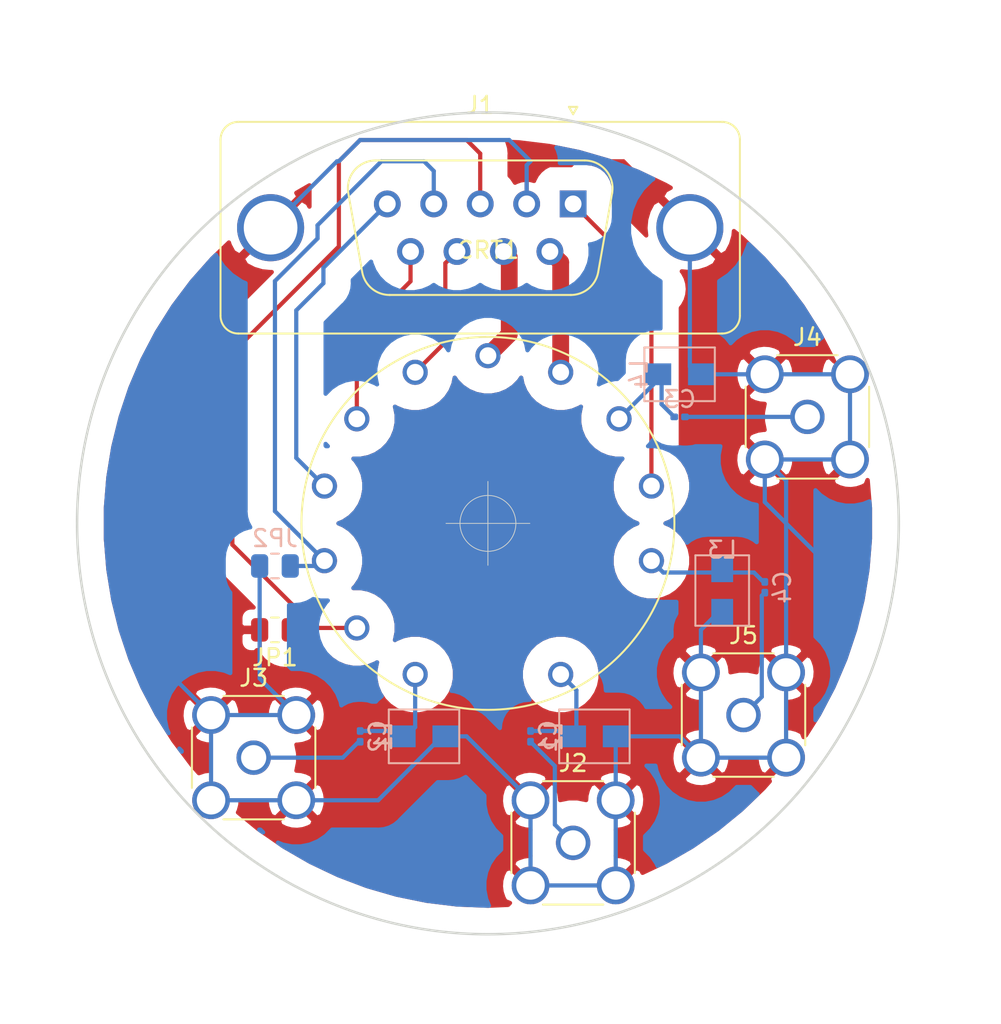
<source format=kicad_pcb>
(kicad_pcb (version 20171130) (host pcbnew 5.1.10)

  (general
    (thickness 1.6)
    (drawings 9)
    (tracks 115)
    (zones 0)
    (modules 16)
    (nets 18)
  )

  (page A4)
  (layers
    (0 F.Cu signal)
    (31 B.Cu signal)
    (32 B.Adhes user)
    (33 F.Adhes user)
    (34 B.Paste user)
    (35 F.Paste user)
    (36 B.SilkS user)
    (37 F.SilkS user)
    (38 B.Mask user)
    (39 F.Mask user)
    (40 Dwgs.User user)
    (41 Cmts.User user)
    (42 Eco1.User user)
    (43 Eco2.User user)
    (44 Edge.Cuts user)
    (45 Margin user)
    (46 B.CrtYd user)
    (47 F.CrtYd user)
    (48 B.Fab user)
    (49 F.Fab user)
  )

  (setup
    (last_trace_width 0.25)
    (user_trace_width 1)
    (trace_clearance 0.2)
    (zone_clearance 1.5)
    (zone_45_only no)
    (trace_min 0.2)
    (via_size 0.8)
    (via_drill 0.4)
    (via_min_size 0.4)
    (via_min_drill 0.3)
    (uvia_size 0.3)
    (uvia_drill 0.1)
    (uvias_allowed no)
    (uvia_min_size 0.2)
    (uvia_min_drill 0.1)
    (edge_width 0.05)
    (segment_width 0.2)
    (pcb_text_width 0.3)
    (pcb_text_size 1.5 1.5)
    (mod_edge_width 0.12)
    (mod_text_size 1 1)
    (mod_text_width 0.15)
    (pad_size 5.6 5.6)
    (pad_drill 3.2)
    (pad_to_mask_clearance 0)
    (aux_axis_origin 0 0)
    (grid_origin 76.2 76.2)
    (visible_elements FFFFF77F)
    (pcbplotparams
      (layerselection 0x010fc_ffffffff)
      (usegerberextensions false)
      (usegerberattributes true)
      (usegerberadvancedattributes true)
      (creategerberjobfile true)
      (excludeedgelayer true)
      (linewidth 0.100000)
      (plotframeref false)
      (viasonmask false)
      (mode 1)
      (useauxorigin false)
      (hpglpennumber 1)
      (hpglpenspeed 20)
      (hpglpendiameter 15.000000)
      (psnegative false)
      (psa4output false)
      (plotreference true)
      (plotvalue true)
      (plotinvisibletext false)
      (padsonsilk false)
      (subtractmaskfromsilk false)
      (outputformat 1)
      (mirror false)
      (drillshape 1)
      (scaleselection 1)
      (outputdirectory ""))
  )

  (net 0 "")
  (net 1 "Net-(C1-Pad2)")
  (net 2 "Net-(C1-Pad1)")
  (net 3 "Net-(C2-Pad2)")
  (net 4 "Net-(C2-Pad1)")
  (net 5 "Net-(C3-Pad2)")
  (net 6 "Net-(C3-Pad1)")
  (net 7 "Net-(C4-Pad2)")
  (net 8 "Net-(C4-Pad1)")
  (net 9 "Net-(CRT1-Pad14)")
  (net 10 "Net-(CRT1-Pad12)")
  (net 11 "Net-(CRT1-Pad6)")
  (net 12 "Net-(CRT1-Pad4)")
  (net 13 "Net-(CRT1-Pad3)")
  (net 14 "Net-(CRT1-Pad2)")
  (net 15 "Net-(CRT1-Pad1)")
  (net 16 GND)
  (net 17 "Net-(CRT1-Pad5)")

  (net_class Default "This is the default net class."
    (clearance 0.2)
    (trace_width 0.25)
    (via_dia 0.8)
    (via_drill 0.4)
    (uvia_dia 0.3)
    (uvia_drill 0.1)
    (add_net GND)
    (add_net "Net-(C1-Pad1)")
    (add_net "Net-(C1-Pad2)")
    (add_net "Net-(C2-Pad1)")
    (add_net "Net-(C2-Pad2)")
    (add_net "Net-(C3-Pad1)")
    (add_net "Net-(C3-Pad2)")
    (add_net "Net-(C4-Pad1)")
    (add_net "Net-(C4-Pad2)")
    (add_net "Net-(CRT1-Pad1)")
    (add_net "Net-(CRT1-Pad12)")
    (add_net "Net-(CRT1-Pad14)")
    (add_net "Net-(CRT1-Pad2)")
    (add_net "Net-(CRT1-Pad3)")
    (add_net "Net-(CRT1-Pad4)")
    (add_net "Net-(CRT1-Pad5)")
    (add_net "Net-(CRT1-Pad6)")
  )

  (module Wurth:Wurth4035 (layer B.Cu) (tedit 624D8E30) (tstamp 624DE1C4)
    (at 87.63 67.31)
    (path /624ECBD3)
    (attr smd)
    (fp_text reference L4 (at -2.425 0 -90) (layer B.SilkS)
      (effects (font (size 1 1) (thickness 0.15)) (justify mirror))
    )
    (fp_text value "45 nH" (at 0 0) (layer B.Fab)
      (effects (font (size 1 1) (thickness 0.15)) (justify mirror))
    )
    (fp_line (start -2.1 1.6) (end 2.1 1.6) (layer B.SilkS) (width 0.12))
    (fp_line (start 2.1 1.6) (end 2.1 -1.6) (layer B.SilkS) (width 0.12))
    (fp_line (start 2.1 -1.6) (end -2.1 -1.6) (layer B.SilkS) (width 0.12))
    (fp_line (start -2.1 -1.6) (end -2.1 1.6) (layer B.SilkS) (width 0.12))
    (pad 2 smd rect (at 1.275 0) (size 1.55 1.3) (layers B.Cu B.Paste B.Mask)
      (net 16 GND))
    (pad 1 smd rect (at -1.275 0) (size 1.55 1.3) (layers B.Cu B.Paste B.Mask)
      (net 5 "Net-(C3-Pad2)"))
  )

  (module Wurth:Wurth4035 (layer B.Cu) (tedit 624D8E30) (tstamp 624DE256)
    (at 90.17 80.205 270)
    (path /624F03D8)
    (attr smd)
    (fp_text reference L3 (at -2.425 0 180) (layer B.SilkS)
      (effects (font (size 1 1) (thickness 0.15)) (justify mirror))
    )
    (fp_text value "45 nH" (at 0 0 90) (layer B.Fab)
      (effects (font (size 1 1) (thickness 0.15)) (justify mirror))
    )
    (fp_line (start -2.1 1.6) (end 2.1 1.6) (layer B.SilkS) (width 0.12))
    (fp_line (start 2.1 1.6) (end 2.1 -1.6) (layer B.SilkS) (width 0.12))
    (fp_line (start 2.1 -1.6) (end -2.1 -1.6) (layer B.SilkS) (width 0.12))
    (fp_line (start -2.1 -1.6) (end -2.1 1.6) (layer B.SilkS) (width 0.12))
    (pad 2 smd rect (at 1.275 0 270) (size 1.55 1.3) (layers B.Cu B.Paste B.Mask)
      (net 16 GND))
    (pad 1 smd rect (at -1.275 0 270) (size 1.55 1.3) (layers B.Cu B.Paste B.Mask)
      (net 7 "Net-(C4-Pad2)"))
  )

  (module Wurth:Wurth4035 (layer B.Cu) (tedit 624D8E30) (tstamp 624DDF16)
    (at 82.55 88.9)
    (path /624DEA8F)
    (attr smd)
    (fp_text reference L2 (at -2.425 0 -90) (layer B.SilkS)
      (effects (font (size 1 1) (thickness 0.15)) (justify mirror))
    )
    (fp_text value "45 nH" (at 0 0) (layer B.Fab)
      (effects (font (size 1 1) (thickness 0.15)) (justify mirror))
    )
    (fp_line (start -2.1 1.6) (end 2.1 1.6) (layer B.SilkS) (width 0.12))
    (fp_line (start 2.1 1.6) (end 2.1 -1.6) (layer B.SilkS) (width 0.12))
    (fp_line (start 2.1 -1.6) (end -2.1 -1.6) (layer B.SilkS) (width 0.12))
    (fp_line (start -2.1 -1.6) (end -2.1 1.6) (layer B.SilkS) (width 0.12))
    (pad 2 smd rect (at 1.275 0) (size 1.55 1.3) (layers B.Cu B.Paste B.Mask)
      (net 16 GND))
    (pad 1 smd rect (at -1.275 0) (size 1.55 1.3) (layers B.Cu B.Paste B.Mask)
      (net 1 "Net-(C1-Pad2)"))
  )

  (module Wurth:Wurth4035 (layer B.Cu) (tedit 624D8E30) (tstamp 624DD313)
    (at 72.39 88.9)
    (path /624F03F1)
    (attr smd)
    (fp_text reference L1 (at -2.425 0 -90) (layer B.SilkS)
      (effects (font (size 1 1) (thickness 0.15)) (justify mirror))
    )
    (fp_text value "45 nH" (at 0 0) (layer B.Fab)
      (effects (font (size 1 1) (thickness 0.15)) (justify mirror))
    )
    (fp_line (start -2.1 1.6) (end 2.1 1.6) (layer B.SilkS) (width 0.12))
    (fp_line (start 2.1 1.6) (end 2.1 -1.6) (layer B.SilkS) (width 0.12))
    (fp_line (start 2.1 -1.6) (end -2.1 -1.6) (layer B.SilkS) (width 0.12))
    (fp_line (start -2.1 -1.6) (end -2.1 1.6) (layer B.SilkS) (width 0.12))
    (pad 2 smd rect (at 1.275 0) (size 1.55 1.3) (layers B.Cu B.Paste B.Mask)
      (net 16 GND))
    (pad 1 smd rect (at -1.275 0) (size 1.55 1.3) (layers B.Cu B.Paste B.Mask)
      (net 3 "Net-(C2-Pad2)"))
  )

  (module Connector_Dsub:DSUB-9_Female_Vertical_P2.77x2.84mm_MountingHoles (layer F.Cu) (tedit 59FEDEE2) (tstamp 624DDDCA)
    (at 81.28 57.15)
    (descr "9-pin D-Sub connector, straight/vertical, THT-mount, female, pitch 2.77x2.84mm, distance of mounting holes 25mm, see https://disti-assets.s3.amazonaws.com/tonar/files/datasheets/16730.pdf")
    (tags "9-pin D-Sub connector straight vertical THT female pitch 2.77x2.84mm mounting holes distance 25mm")
    (path /624D9AA4)
    (fp_text reference J1 (at -5.54 -5.89) (layer F.SilkS)
      (effects (font (size 1 1) (thickness 0.15)))
    )
    (fp_text value DB9_Female_MountingHoles (at -5.54 8.73) (layer F.Fab)
      (effects (font (size 1 1) (thickness 0.15)))
    )
    (fp_line (start -19.965 -4.83) (end 8.885 -4.83) (layer F.Fab) (width 0.1))
    (fp_line (start 9.885 -3.83) (end 9.885 6.67) (layer F.Fab) (width 0.1))
    (fp_line (start 8.885 7.67) (end -19.965 7.67) (layer F.Fab) (width 0.1))
    (fp_line (start -20.965 6.67) (end -20.965 -3.83) (layer F.Fab) (width 0.1))
    (fp_line (start -19.965 -4.89) (end 8.885 -4.89) (layer F.SilkS) (width 0.12))
    (fp_line (start 9.945 -3.83) (end 9.945 6.67) (layer F.SilkS) (width 0.12))
    (fp_line (start 8.885 7.73) (end -19.965 7.73) (layer F.SilkS) (width 0.12))
    (fp_line (start -21.025 6.67) (end -21.025 -3.83) (layer F.SilkS) (width 0.12))
    (fp_line (start -0.25 -5.784338) (end 0.25 -5.784338) (layer F.SilkS) (width 0.12))
    (fp_line (start 0.25 -5.784338) (end 0 -5.351325) (layer F.SilkS) (width 0.12))
    (fp_line (start 0 -5.351325) (end -0.25 -5.784338) (layer F.SilkS) (width 0.12))
    (fp_line (start -11.783194 -2.53) (end 0.703194 -2.53) (layer F.Fab) (width 0.1))
    (fp_line (start -10.954457 5.37) (end -0.125543 5.37) (layer F.Fab) (width 0.1))
    (fp_line (start 2.278887 -0.652163) (end 1.45015 4.047837) (layer F.Fab) (width 0.1))
    (fp_line (start -13.358887 -0.652163) (end -12.53015 4.047837) (layer F.Fab) (width 0.1))
    (fp_line (start -11.771689 -2.59) (end 0.691689 -2.59) (layer F.SilkS) (width 0.12))
    (fp_line (start -10.942952 5.43) (end -0.137048 5.43) (layer F.SilkS) (width 0.12))
    (fp_line (start 2.32647 -0.641744) (end 1.497733 4.058256) (layer F.SilkS) (width 0.12))
    (fp_line (start -13.40647 -0.641744) (end -12.577733 4.058256) (layer F.SilkS) (width 0.12))
    (fp_line (start -21.5 -5.35) (end -21.5 8.2) (layer F.CrtYd) (width 0.05))
    (fp_line (start -21.5 8.2) (end 10.4 8.2) (layer F.CrtYd) (width 0.05))
    (fp_line (start 10.4 8.2) (end 10.4 -5.35) (layer F.CrtYd) (width 0.05))
    (fp_line (start 10.4 -5.35) (end -21.5 -5.35) (layer F.CrtYd) (width 0.05))
    (fp_text user %R (at -5.54 1.42) (layer F.Fab)
      (effects (font (size 1 1) (thickness 0.15)))
    )
    (fp_arc (start -0.137048 3.77) (end -0.137048 5.43) (angle -80) (layer F.SilkS) (width 0.12))
    (fp_arc (start -10.942952 3.77) (end -10.942952 5.43) (angle 80) (layer F.SilkS) (width 0.12))
    (fp_arc (start 0.691689 -0.93) (end 0.691689 -2.59) (angle 100) (layer F.SilkS) (width 0.12))
    (fp_arc (start -11.771689 -0.93) (end -11.771689 -2.59) (angle -100) (layer F.SilkS) (width 0.12))
    (fp_arc (start -0.125543 3.77) (end -0.125543 5.37) (angle -80) (layer F.Fab) (width 0.1))
    (fp_arc (start -10.954457 3.77) (end -10.954457 5.37) (angle 80) (layer F.Fab) (width 0.1))
    (fp_arc (start 0.703194 -0.93) (end 0.703194 -2.53) (angle 100) (layer F.Fab) (width 0.1))
    (fp_arc (start -11.783194 -0.93) (end -11.783194 -2.53) (angle -100) (layer F.Fab) (width 0.1))
    (fp_arc (start 8.885 6.67) (end 9.945 6.67) (angle 90) (layer F.SilkS) (width 0.12))
    (fp_arc (start -19.965 6.67) (end -21.025 6.67) (angle -90) (layer F.SilkS) (width 0.12))
    (fp_arc (start 8.885 -3.83) (end 8.885 -4.89) (angle 90) (layer F.SilkS) (width 0.12))
    (fp_arc (start -19.965 -3.83) (end -21.025 -3.83) (angle 90) (layer F.SilkS) (width 0.12))
    (fp_arc (start 8.885 6.67) (end 9.885 6.67) (angle 90) (layer F.Fab) (width 0.1))
    (fp_arc (start -19.965 6.67) (end -20.965 6.67) (angle -90) (layer F.Fab) (width 0.1))
    (fp_arc (start 8.885 -3.83) (end 8.885 -4.83) (angle 90) (layer F.Fab) (width 0.1))
    (fp_arc (start -19.965 -3.83) (end -20.965 -3.83) (angle 90) (layer F.Fab) (width 0.1))
    (pad 0 thru_hole circle (at 6.96 1.42) (size 4 4) (drill 3.2) (layers *.Cu *.Mask)
      (net 16 GND))
    (pad 0 thru_hole circle (at -18.04 1.42) (size 4 4) (drill 3.2) (layers *.Cu *.Mask)
      (net 16 GND))
    (pad 9 thru_hole circle (at -9.695 2.84) (size 1.6 1.6) (drill 1) (layers *.Cu *.Mask)
      (net 13 "Net-(CRT1-Pad3)"))
    (pad 8 thru_hole circle (at -6.925 2.84) (size 1.6 1.6) (drill 1) (layers *.Cu *.Mask)
      (net 14 "Net-(CRT1-Pad2)"))
    (pad 7 thru_hole circle (at -4.155 2.84) (size 1.6 1.6) (drill 1) (layers *.Cu *.Mask)
      (net 15 "Net-(CRT1-Pad1)"))
    (pad 6 thru_hole circle (at -1.385 2.84) (size 1.6 1.6) (drill 1) (layers *.Cu *.Mask)
      (net 9 "Net-(CRT1-Pad14)"))
    (pad 5 thru_hole circle (at -11.08 0) (size 1.6 1.6) (drill 1) (layers *.Cu *.Mask)
      (net 12 "Net-(CRT1-Pad4)"))
    (pad 4 thru_hole circle (at -8.31 0) (size 1.6 1.6) (drill 1) (layers *.Cu *.Mask)
      (net 17 "Net-(CRT1-Pad5)"))
    (pad 3 thru_hole circle (at -5.54 0) (size 1.6 1.6) (drill 1) (layers *.Cu *.Mask)
      (net 11 "Net-(CRT1-Pad6)"))
    (pad 2 thru_hole circle (at -2.77 0) (size 1.6 1.6) (drill 1) (layers *.Cu *.Mask)
      (net 16 GND))
    (pad 1 thru_hole rect (at 0 0) (size 1.6 1.6) (drill 1) (layers *.Cu *.Mask)
      (net 10 "Net-(CRT1-Pad12)"))
    (model ${KISYS3DMOD}/Connector_Dsub.3dshapes/DSUB-9_Female_Vertical_P2.77x2.84mm_MountingHoles.wrl
      (at (xyz 0 0 0))
      (scale (xyz 1 1 1))
      (rotate (xyz 0 0 0))
    )
  )

  (module Resistor_SMD:R_0805_2012Metric (layer B.Cu) (tedit 5F68FEEE) (tstamp 624DD302)
    (at 63.5 78.74 180)
    (descr "Resistor SMD 0805 (2012 Metric), square (rectangular) end terminal, IPC_7351 nominal, (Body size source: IPC-SM-782 page 72, https://www.pcb-3d.com/wordpress/wp-content/uploads/ipc-sm-782a_amendment_1_and_2.pdf), generated with kicad-footprint-generator")
    (tags resistor)
    (path /6250AB6B)
    (attr smd)
    (fp_text reference JP2 (at 0 1.65) (layer B.SilkS)
      (effects (font (size 1 1) (thickness 0.15)) (justify mirror))
    )
    (fp_text value GND_EN (at 0 -1.65) (layer B.Fab)
      (effects (font (size 1 1) (thickness 0.15)) (justify mirror))
    )
    (fp_line (start 1.68 -0.95) (end -1.68 -0.95) (layer B.CrtYd) (width 0.05))
    (fp_line (start 1.68 0.95) (end 1.68 -0.95) (layer B.CrtYd) (width 0.05))
    (fp_line (start -1.68 0.95) (end 1.68 0.95) (layer B.CrtYd) (width 0.05))
    (fp_line (start -1.68 -0.95) (end -1.68 0.95) (layer B.CrtYd) (width 0.05))
    (fp_line (start -0.227064 -0.735) (end 0.227064 -0.735) (layer B.SilkS) (width 0.12))
    (fp_line (start -0.227064 0.735) (end 0.227064 0.735) (layer B.SilkS) (width 0.12))
    (fp_line (start 1 -0.625) (end -1 -0.625) (layer B.Fab) (width 0.1))
    (fp_line (start 1 0.625) (end 1 -0.625) (layer B.Fab) (width 0.1))
    (fp_line (start -1 0.625) (end 1 0.625) (layer B.Fab) (width 0.1))
    (fp_line (start -1 -0.625) (end -1 0.625) (layer B.Fab) (width 0.1))
    (fp_text user %R (at 0 0) (layer B.Fab)
      (effects (font (size 0.5 0.5) (thickness 0.08)) (justify mirror))
    )
    (pad 2 smd roundrect (at 0.9125 0 180) (size 1.025 1.4) (layers B.Cu B.Paste B.Mask) (roundrect_rratio 0.243902)
      (net 16 GND))
    (pad 1 smd roundrect (at -0.9125 0 180) (size 1.025 1.4) (layers B.Cu B.Paste B.Mask) (roundrect_rratio 0.243902)
      (net 17 "Net-(CRT1-Pad5)"))
    (model ${KISYS3DMOD}/Resistor_SMD.3dshapes/R_0805_2012Metric.wrl
      (at (xyz 0 0 0))
      (scale (xyz 1 1 1))
      (rotate (xyz 0 0 0))
    )
  )

  (module Resistor_SMD:R_0805_2012Metric (layer F.Cu) (tedit 5F68FEEE) (tstamp 624DD2F1)
    (at 63.5 82.55 180)
    (descr "Resistor SMD 0805 (2012 Metric), square (rectangular) end terminal, IPC_7351 nominal, (Body size source: IPC-SM-782 page 72, https://www.pcb-3d.com/wordpress/wp-content/uploads/ipc-sm-782a_amendment_1_and_2.pdf), generated with kicad-footprint-generator")
    (tags resistor)
    (path /62508DD8)
    (attr smd)
    (fp_text reference JP1 (at 0 -1.65) (layer F.SilkS)
      (effects (font (size 1 1) (thickness 0.15)))
    )
    (fp_text value GND_EN (at 0 1.65) (layer F.Fab)
      (effects (font (size 1 1) (thickness 0.15)))
    )
    (fp_line (start 1.68 0.95) (end -1.68 0.95) (layer F.CrtYd) (width 0.05))
    (fp_line (start 1.68 -0.95) (end 1.68 0.95) (layer F.CrtYd) (width 0.05))
    (fp_line (start -1.68 -0.95) (end 1.68 -0.95) (layer F.CrtYd) (width 0.05))
    (fp_line (start -1.68 0.95) (end -1.68 -0.95) (layer F.CrtYd) (width 0.05))
    (fp_line (start -0.227064 0.735) (end 0.227064 0.735) (layer F.SilkS) (width 0.12))
    (fp_line (start -0.227064 -0.735) (end 0.227064 -0.735) (layer F.SilkS) (width 0.12))
    (fp_line (start 1 0.625) (end -1 0.625) (layer F.Fab) (width 0.1))
    (fp_line (start 1 -0.625) (end 1 0.625) (layer F.Fab) (width 0.1))
    (fp_line (start -1 -0.625) (end 1 -0.625) (layer F.Fab) (width 0.1))
    (fp_line (start -1 0.625) (end -1 -0.625) (layer F.Fab) (width 0.1))
    (fp_text user %R (at 0 0) (layer F.Fab)
      (effects (font (size 0.5 0.5) (thickness 0.08)))
    )
    (pad 2 smd roundrect (at 0.9125 0 180) (size 1.025 1.4) (layers F.Cu F.Paste F.Mask) (roundrect_rratio 0.243902)
      (net 16 GND))
    (pad 1 smd roundrect (at -0.9125 0 180) (size 1.025 1.4) (layers F.Cu F.Paste F.Mask) (roundrect_rratio 0.243902)
      (net 11 "Net-(CRT1-Pad6)"))
    (model ${KISYS3DMOD}/Resistor_SMD.3dshapes/R_0805_2012Metric.wrl
      (at (xyz 0 0 0))
      (scale (xyz 1 1 1))
      (rotate (xyz 0 0 0))
    )
  )

  (module Connector_Coaxial:SMA_Amphenol_132134-16_Vertical (layer F.Cu) (tedit 5B2F4D94) (tstamp 624DD2E0)
    (at 91.44 87.63)
    (descr https://www.amphenolrf.com/downloads/dl/file/id/1141/product/2978/132134_16_customer_drawing.pdf)
    (tags "SMA THT Female Jack Vertical ExtendedLegs")
    (path /624F03CC)
    (fp_text reference J5 (at 0 -4.75) (layer F.SilkS)
      (effects (font (size 1 1) (thickness 0.15)))
    )
    (fp_text value ConX2 (at 0 5) (layer F.Fab)
      (effects (font (size 1 1) (thickness 0.15)))
    )
    (fp_line (start -1.8 -3.68) (end 1.8 -3.68) (layer F.SilkS) (width 0.12))
    (fp_line (start -1.8 3.68) (end 1.8 3.68) (layer F.SilkS) (width 0.12))
    (fp_line (start 3.68 -1.8) (end 3.68 1.8) (layer F.SilkS) (width 0.12))
    (fp_line (start -3.68 -1.8) (end -3.68 1.8) (layer F.SilkS) (width 0.12))
    (fp_line (start 3.5 -3.5) (end 3.5 3.5) (layer F.Fab) (width 0.1))
    (fp_line (start -3.5 3.5) (end 3.5 3.5) (layer F.Fab) (width 0.1))
    (fp_line (start -3.5 -3.5) (end -3.5 3.5) (layer F.Fab) (width 0.1))
    (fp_line (start -3.5 -3.5) (end 3.5 -3.5) (layer F.Fab) (width 0.1))
    (fp_line (start -4.17 -4.17) (end 4.17 -4.17) (layer F.CrtYd) (width 0.05))
    (fp_line (start -4.17 -4.17) (end -4.17 4.17) (layer F.CrtYd) (width 0.05))
    (fp_line (start 4.17 4.17) (end 4.17 -4.17) (layer F.CrtYd) (width 0.05))
    (fp_line (start 4.17 4.17) (end -4.17 4.17) (layer F.CrtYd) (width 0.05))
    (fp_circle (center 0 0) (end 3.175 0) (layer F.Fab) (width 0.1))
    (fp_text user %R (at 0 0) (layer F.Fab)
      (effects (font (size 1 1) (thickness 0.15)))
    )
    (pad 2 thru_hole circle (at -2.54 2.54) (size 2.25 2.25) (drill 1.7) (layers *.Cu *.Mask)
      (net 16 GND))
    (pad 2 thru_hole circle (at -2.54 -2.54) (size 2.25 2.25) (drill 1.7) (layers *.Cu *.Mask)
      (net 16 GND))
    (pad 2 thru_hole circle (at 2.54 -2.54) (size 2.25 2.25) (drill 1.7) (layers *.Cu *.Mask)
      (net 16 GND))
    (pad 2 thru_hole circle (at 2.54 2.54) (size 2.25 2.25) (drill 1.7) (layers *.Cu *.Mask)
      (net 16 GND))
    (pad 1 thru_hole circle (at 0 0) (size 2.05 2.05) (drill 1.5) (layers *.Cu *.Mask)
      (net 8 "Net-(C4-Pad1)"))
    (model ${KISYS3DMOD}/Connector_Coaxial.3dshapes/SMA_Amphenol_132134-16_Vertical.wrl
      (at (xyz 0 0 0))
      (scale (xyz 1 1 1))
      (rotate (xyz 0 0 0))
    )
  )

  (module Connector_Coaxial:SMA_Amphenol_132134-16_Vertical (layer F.Cu) (tedit 5B2F4D94) (tstamp 624DD2C9)
    (at 95.25 69.85)
    (descr https://www.amphenolrf.com/downloads/dl/file/id/1141/product/2978/132134_16_customer_drawing.pdf)
    (tags "SMA THT Female Jack Vertical ExtendedLegs")
    (path /624ECBC7)
    (fp_text reference J4 (at 0 -4.75) (layer F.SilkS)
      (effects (font (size 1 1) (thickness 0.15)))
    )
    (fp_text value ConX1 (at 0 5) (layer F.Fab)
      (effects (font (size 1 1) (thickness 0.15)))
    )
    (fp_line (start -1.8 -3.68) (end 1.8 -3.68) (layer F.SilkS) (width 0.12))
    (fp_line (start -1.8 3.68) (end 1.8 3.68) (layer F.SilkS) (width 0.12))
    (fp_line (start 3.68 -1.8) (end 3.68 1.8) (layer F.SilkS) (width 0.12))
    (fp_line (start -3.68 -1.8) (end -3.68 1.8) (layer F.SilkS) (width 0.12))
    (fp_line (start 3.5 -3.5) (end 3.5 3.5) (layer F.Fab) (width 0.1))
    (fp_line (start -3.5 3.5) (end 3.5 3.5) (layer F.Fab) (width 0.1))
    (fp_line (start -3.5 -3.5) (end -3.5 3.5) (layer F.Fab) (width 0.1))
    (fp_line (start -3.5 -3.5) (end 3.5 -3.5) (layer F.Fab) (width 0.1))
    (fp_line (start -4.17 -4.17) (end 4.17 -4.17) (layer F.CrtYd) (width 0.05))
    (fp_line (start -4.17 -4.17) (end -4.17 4.17) (layer F.CrtYd) (width 0.05))
    (fp_line (start 4.17 4.17) (end 4.17 -4.17) (layer F.CrtYd) (width 0.05))
    (fp_line (start 4.17 4.17) (end -4.17 4.17) (layer F.CrtYd) (width 0.05))
    (fp_circle (center 0 0) (end 3.175 0) (layer F.Fab) (width 0.1))
    (fp_text user %R (at 0 0) (layer F.Fab)
      (effects (font (size 1 1) (thickness 0.15)))
    )
    (pad 2 thru_hole circle (at -2.54 2.54) (size 2.25 2.25) (drill 1.7) (layers *.Cu *.Mask)
      (net 16 GND))
    (pad 2 thru_hole circle (at -2.54 -2.54) (size 2.25 2.25) (drill 1.7) (layers *.Cu *.Mask)
      (net 16 GND))
    (pad 2 thru_hole circle (at 2.54 -2.54) (size 2.25 2.25) (drill 1.7) (layers *.Cu *.Mask)
      (net 16 GND))
    (pad 2 thru_hole circle (at 2.54 2.54) (size 2.25 2.25) (drill 1.7) (layers *.Cu *.Mask)
      (net 16 GND))
    (pad 1 thru_hole circle (at 0 0) (size 2.05 2.05) (drill 1.5) (layers *.Cu *.Mask)
      (net 6 "Net-(C3-Pad1)"))
    (model ${KISYS3DMOD}/Connector_Coaxial.3dshapes/SMA_Amphenol_132134-16_Vertical.wrl
      (at (xyz 0 0 0))
      (scale (xyz 1 1 1))
      (rotate (xyz 0 0 0))
    )
  )

  (module Connector_Coaxial:SMA_Amphenol_132134-16_Vertical (layer F.Cu) (tedit 5B2F4D94) (tstamp 624DE629)
    (at 62.23 90.17)
    (descr https://www.amphenolrf.com/downloads/dl/file/id/1141/product/2978/132134_16_customer_drawing.pdf)
    (tags "SMA THT Female Jack Vertical ExtendedLegs")
    (path /624F03E5)
    (fp_text reference J3 (at 0 -4.75) (layer F.SilkS)
      (effects (font (size 1 1) (thickness 0.15)))
    )
    (fp_text value ConY2 (at 0 5) (layer F.Fab)
      (effects (font (size 1 1) (thickness 0.15)))
    )
    (fp_line (start -1.8 -3.68) (end 1.8 -3.68) (layer F.SilkS) (width 0.12))
    (fp_line (start -1.8 3.68) (end 1.8 3.68) (layer F.SilkS) (width 0.12))
    (fp_line (start 3.68 -1.8) (end 3.68 1.8) (layer F.SilkS) (width 0.12))
    (fp_line (start -3.68 -1.8) (end -3.68 1.8) (layer F.SilkS) (width 0.12))
    (fp_line (start 3.5 -3.5) (end 3.5 3.5) (layer F.Fab) (width 0.1))
    (fp_line (start -3.5 3.5) (end 3.5 3.5) (layer F.Fab) (width 0.1))
    (fp_line (start -3.5 -3.5) (end -3.5 3.5) (layer F.Fab) (width 0.1))
    (fp_line (start -3.5 -3.5) (end 3.5 -3.5) (layer F.Fab) (width 0.1))
    (fp_line (start -4.17 -4.17) (end 4.17 -4.17) (layer F.CrtYd) (width 0.05))
    (fp_line (start -4.17 -4.17) (end -4.17 4.17) (layer F.CrtYd) (width 0.05))
    (fp_line (start 4.17 4.17) (end 4.17 -4.17) (layer F.CrtYd) (width 0.05))
    (fp_line (start 4.17 4.17) (end -4.17 4.17) (layer F.CrtYd) (width 0.05))
    (fp_circle (center 0 0) (end 3.175 0) (layer F.Fab) (width 0.1))
    (fp_text user %R (at 0 0) (layer F.Fab)
      (effects (font (size 1 1) (thickness 0.15)))
    )
    (pad 2 thru_hole circle (at -2.54 2.54) (size 2.25 2.25) (drill 1.7) (layers *.Cu *.Mask)
      (net 16 GND))
    (pad 2 thru_hole circle (at -2.54 -2.54) (size 2.25 2.25) (drill 1.7) (layers *.Cu *.Mask)
      (net 16 GND))
    (pad 2 thru_hole circle (at 2.54 -2.54) (size 2.25 2.25) (drill 1.7) (layers *.Cu *.Mask)
      (net 16 GND))
    (pad 2 thru_hole circle (at 2.54 2.54) (size 2.25 2.25) (drill 1.7) (layers *.Cu *.Mask)
      (net 16 GND))
    (pad 1 thru_hole circle (at 0 0) (size 2.05 2.05) (drill 1.5) (layers *.Cu *.Mask)
      (net 4 "Net-(C2-Pad1)"))
    (model ${KISYS3DMOD}/Connector_Coaxial.3dshapes/SMA_Amphenol_132134-16_Vertical.wrl
      (at (xyz 0 0 0))
      (scale (xyz 1 1 1))
      (rotate (xyz 0 0 0))
    )
  )

  (module Connector_Coaxial:SMA_Amphenol_132134-16_Vertical (layer F.Cu) (tedit 5B2F4D94) (tstamp 624DD29B)
    (at 81.28 95.25)
    (descr https://www.amphenolrf.com/downloads/dl/file/id/1141/product/2978/132134_16_customer_drawing.pdf)
    (tags "SMA THT Female Jack Vertical ExtendedLegs")
    (path /624DADD5)
    (fp_text reference J2 (at 0 -4.75) (layer F.SilkS)
      (effects (font (size 1 1) (thickness 0.15)))
    )
    (fp_text value ConY1 (at 0 5) (layer F.Fab)
      (effects (font (size 1 1) (thickness 0.15)))
    )
    (fp_line (start -1.8 -3.68) (end 1.8 -3.68) (layer F.SilkS) (width 0.12))
    (fp_line (start -1.8 3.68) (end 1.8 3.68) (layer F.SilkS) (width 0.12))
    (fp_line (start 3.68 -1.8) (end 3.68 1.8) (layer F.SilkS) (width 0.12))
    (fp_line (start -3.68 -1.8) (end -3.68 1.8) (layer F.SilkS) (width 0.12))
    (fp_line (start 3.5 -3.5) (end 3.5 3.5) (layer F.Fab) (width 0.1))
    (fp_line (start -3.5 3.5) (end 3.5 3.5) (layer F.Fab) (width 0.1))
    (fp_line (start -3.5 -3.5) (end -3.5 3.5) (layer F.Fab) (width 0.1))
    (fp_line (start -3.5 -3.5) (end 3.5 -3.5) (layer F.Fab) (width 0.1))
    (fp_line (start -4.17 -4.17) (end 4.17 -4.17) (layer F.CrtYd) (width 0.05))
    (fp_line (start -4.17 -4.17) (end -4.17 4.17) (layer F.CrtYd) (width 0.05))
    (fp_line (start 4.17 4.17) (end 4.17 -4.17) (layer F.CrtYd) (width 0.05))
    (fp_line (start 4.17 4.17) (end -4.17 4.17) (layer F.CrtYd) (width 0.05))
    (fp_circle (center 0 0) (end 3.175 0) (layer F.Fab) (width 0.1))
    (fp_text user %R (at 0 0) (layer F.Fab)
      (effects (font (size 1 1) (thickness 0.15)))
    )
    (pad 2 thru_hole circle (at -2.54 2.54) (size 2.25 2.25) (drill 1.7) (layers *.Cu *.Mask)
      (net 16 GND))
    (pad 2 thru_hole circle (at -2.54 -2.54) (size 2.25 2.25) (drill 1.7) (layers *.Cu *.Mask)
      (net 16 GND))
    (pad 2 thru_hole circle (at 2.54 -2.54) (size 2.25 2.25) (drill 1.7) (layers *.Cu *.Mask)
      (net 16 GND))
    (pad 2 thru_hole circle (at 2.54 2.54) (size 2.25 2.25) (drill 1.7) (layers *.Cu *.Mask)
      (net 16 GND))
    (pad 1 thru_hole circle (at 0 0) (size 2.05 2.05) (drill 1.5) (layers *.Cu *.Mask)
      (net 2 "Net-(C1-Pad1)"))
    (model ${KISYS3DMOD}/Connector_Coaxial.3dshapes/SMA_Amphenol_132134-16_Vertical.wrl
      (at (xyz 0 0 0))
      (scale (xyz 1 1 1))
      (rotate (xyz 0 0 0))
    )
  )

  (module ProfessionalDisplaySystems:D14_363GY_123 (layer F.Cu) (tedit 624D6B04) (tstamp 624DDE76)
    (at 76.2 76.2)
    (path /624D82FF)
    (fp_text reference CRT1 (at 0 -16.295) (layer F.SilkS)
      (effects (font (size 1 1) (thickness 0.15)))
    )
    (fp_text value D14-363GY_123 (at 0 16.295) (layer F.Fab)
      (effects (font (size 1 1) (thickness 0.15)))
    )
    (fp_circle (center 0 0) (end 0 15.62) (layer F.CrtYd) (width 0.05))
    (fp_circle (center 0 0) (end 0 11.12) (layer F.SilkS) (width 0.12))
    (fp_circle (center 0 0) (end 0 11) (layer F.Fab) (width 0.1))
    (pad 14 thru_hole oval (at 4.338837 -9.009688) (size 1.5 1.5) (drill 1) (layers *.Cu *.Mask)
      (net 9 "Net-(CRT1-Pad14)"))
    (pad 13 thru_hole oval (at 7.818314 -6.234898) (size 1.5 1.5) (drill 1) (layers *.Cu *.Mask)
      (net 5 "Net-(C3-Pad2)"))
    (pad 12 thru_hole oval (at 9.749279 -2.225209) (size 1.5 1.5) (drill 1) (layers *.Cu *.Mask)
      (net 10 "Net-(CRT1-Pad12)"))
    (pad 11 thru_hole oval (at 9.749279 2.225209) (size 1.5 1.5) (drill 1) (layers *.Cu *.Mask)
      (net 7 "Net-(C4-Pad2)"))
    (pad 9 thru_hole oval (at 4.338837 9.009688) (size 1.5 1.5) (drill 1) (layers *.Cu *.Mask)
      (net 1 "Net-(C1-Pad2)"))
    (pad 7 thru_hole oval (at -4.338837 9.009688) (size 1.5 1.5) (drill 1) (layers *.Cu *.Mask)
      (net 3 "Net-(C2-Pad2)"))
    (pad 6 thru_hole oval (at -7.818314 6.234898) (size 1.5 1.5) (drill 1) (layers *.Cu *.Mask)
      (net 11 "Net-(CRT1-Pad6)"))
    (pad 5 thru_hole oval (at -9.749279 2.225209) (size 1.5 1.5) (drill 1) (layers *.Cu *.Mask)
      (net 17 "Net-(CRT1-Pad5)"))
    (pad 4 thru_hole oval (at -9.749279 -2.225209) (size 1.5 1.5) (drill 1) (layers *.Cu *.Mask)
      (net 12 "Net-(CRT1-Pad4)"))
    (pad 3 thru_hole oval (at -7.818314 -6.234898) (size 1.5 1.5) (drill 1) (layers *.Cu *.Mask)
      (net 13 "Net-(CRT1-Pad3)"))
    (pad 2 thru_hole oval (at -4.338837 -9.009688) (size 1.5 1.5) (drill 1) (layers *.Cu *.Mask)
      (net 14 "Net-(CRT1-Pad2)"))
    (pad 1 thru_hole oval (at 0 -10) (size 1.5 1.5) (drill 1) (layers *.Cu *.Mask)
      (net 15 "Net-(CRT1-Pad1)"))
  )

  (module Capacitor_SMD:C_0201_0603Metric (layer B.Cu) (tedit 5F68FEEE) (tstamp 624DE3AE)
    (at 92.71 80.01 90)
    (descr "Capacitor SMD 0201 (0603 Metric), square (rectangular) end terminal, IPC_7351 nominal, (Body size source: https://www.vishay.com/docs/20052/crcw0201e3.pdf), generated with kicad-footprint-generator")
    (tags capacitor)
    (path /624F03D2)
    (attr smd)
    (fp_text reference C4 (at 0 1.05 90) (layer B.SilkS)
      (effects (font (size 1 1) (thickness 0.15)) (justify mirror))
    )
    (fp_text value "13 pF" (at 0 -1.05 90) (layer B.Fab)
      (effects (font (size 1 1) (thickness 0.15)) (justify mirror))
    )
    (fp_line (start 0.7 -0.35) (end -0.7 -0.35) (layer B.CrtYd) (width 0.05))
    (fp_line (start 0.7 0.35) (end 0.7 -0.35) (layer B.CrtYd) (width 0.05))
    (fp_line (start -0.7 0.35) (end 0.7 0.35) (layer B.CrtYd) (width 0.05))
    (fp_line (start -0.7 -0.35) (end -0.7 0.35) (layer B.CrtYd) (width 0.05))
    (fp_line (start 0.3 -0.15) (end -0.3 -0.15) (layer B.Fab) (width 0.1))
    (fp_line (start 0.3 0.15) (end 0.3 -0.15) (layer B.Fab) (width 0.1))
    (fp_line (start -0.3 0.15) (end 0.3 0.15) (layer B.Fab) (width 0.1))
    (fp_line (start -0.3 -0.15) (end -0.3 0.15) (layer B.Fab) (width 0.1))
    (fp_text user %R (at 0 0.68 90) (layer B.Fab)
      (effects (font (size 0.25 0.25) (thickness 0.04)) (justify mirror))
    )
    (pad 2 smd roundrect (at 0.32 0 90) (size 0.46 0.4) (layers B.Cu B.Mask) (roundrect_rratio 0.25)
      (net 7 "Net-(C4-Pad2)"))
    (pad 1 smd roundrect (at -0.32 0 90) (size 0.46 0.4) (layers B.Cu B.Mask) (roundrect_rratio 0.25)
      (net 8 "Net-(C4-Pad1)"))
    (pad "" smd roundrect (at 0.345 0 90) (size 0.318 0.36) (layers B.Paste) (roundrect_rratio 0.25))
    (pad "" smd roundrect (at -0.345 0 90) (size 0.318 0.36) (layers B.Paste) (roundrect_rratio 0.25))
    (model ${KISYS3DMOD}/Capacitor_SMD.3dshapes/C_0201_0603Metric.wrl
      (at (xyz 0 0 0))
      (scale (xyz 1 1 1))
      (rotate (xyz 0 0 0))
    )
  )

  (module Capacitor_SMD:C_0201_0603Metric (layer B.Cu) (tedit 5F68FEEE) (tstamp 624DD260)
    (at 87.63 69.85 180)
    (descr "Capacitor SMD 0201 (0603 Metric), square (rectangular) end terminal, IPC_7351 nominal, (Body size source: https://www.vishay.com/docs/20052/crcw0201e3.pdf), generated with kicad-footprint-generator")
    (tags capacitor)
    (path /624ECBCD)
    (attr smd)
    (fp_text reference C3 (at 0 1.05 180) (layer B.SilkS)
      (effects (font (size 1 1) (thickness 0.15)) (justify mirror))
    )
    (fp_text value "13 pF" (at 0 -1.05 180) (layer B.Fab)
      (effects (font (size 1 1) (thickness 0.15)) (justify mirror))
    )
    (fp_line (start 0.7 -0.35) (end -0.7 -0.35) (layer B.CrtYd) (width 0.05))
    (fp_line (start 0.7 0.35) (end 0.7 -0.35) (layer B.CrtYd) (width 0.05))
    (fp_line (start -0.7 0.35) (end 0.7 0.35) (layer B.CrtYd) (width 0.05))
    (fp_line (start -0.7 -0.35) (end -0.7 0.35) (layer B.CrtYd) (width 0.05))
    (fp_line (start 0.3 -0.15) (end -0.3 -0.15) (layer B.Fab) (width 0.1))
    (fp_line (start 0.3 0.15) (end 0.3 -0.15) (layer B.Fab) (width 0.1))
    (fp_line (start -0.3 0.15) (end 0.3 0.15) (layer B.Fab) (width 0.1))
    (fp_line (start -0.3 -0.15) (end -0.3 0.15) (layer B.Fab) (width 0.1))
    (fp_text user %R (at 0 0.68 180) (layer B.Fab)
      (effects (font (size 0.25 0.25) (thickness 0.04)) (justify mirror))
    )
    (pad 2 smd roundrect (at 0.32 0 180) (size 0.46 0.4) (layers B.Cu B.Mask) (roundrect_rratio 0.25)
      (net 5 "Net-(C3-Pad2)"))
    (pad 1 smd roundrect (at -0.32 0 180) (size 0.46 0.4) (layers B.Cu B.Mask) (roundrect_rratio 0.25)
      (net 6 "Net-(C3-Pad1)"))
    (pad "" smd roundrect (at 0.345 0 180) (size 0.318 0.36) (layers B.Paste) (roundrect_rratio 0.25))
    (pad "" smd roundrect (at -0.345 0 180) (size 0.318 0.36) (layers B.Paste) (roundrect_rratio 0.25))
    (model ${KISYS3DMOD}/Capacitor_SMD.3dshapes/C_0201_0603Metric.wrl
      (at (xyz 0 0 0))
      (scale (xyz 1 1 1))
      (rotate (xyz 0 0 0))
    )
  )

  (module Capacitor_SMD:C_0201_0603Metric (layer B.Cu) (tedit 5F68FEEE) (tstamp 624DD24F)
    (at 68.58 88.9 90)
    (descr "Capacitor SMD 0201 (0603 Metric), square (rectangular) end terminal, IPC_7351 nominal, (Body size source: https://www.vishay.com/docs/20052/crcw0201e3.pdf), generated with kicad-footprint-generator")
    (tags capacitor)
    (path /624F03EB)
    (attr smd)
    (fp_text reference C2 (at 0 1.05 270) (layer B.SilkS)
      (effects (font (size 1 1) (thickness 0.15)) (justify mirror))
    )
    (fp_text value "13 pF" (at 0 -1.05 270) (layer B.Fab)
      (effects (font (size 1 1) (thickness 0.15)) (justify mirror))
    )
    (fp_line (start 0.7 -0.35) (end -0.7 -0.35) (layer B.CrtYd) (width 0.05))
    (fp_line (start 0.7 0.35) (end 0.7 -0.35) (layer B.CrtYd) (width 0.05))
    (fp_line (start -0.7 0.35) (end 0.7 0.35) (layer B.CrtYd) (width 0.05))
    (fp_line (start -0.7 -0.35) (end -0.7 0.35) (layer B.CrtYd) (width 0.05))
    (fp_line (start 0.3 -0.15) (end -0.3 -0.15) (layer B.Fab) (width 0.1))
    (fp_line (start 0.3 0.15) (end 0.3 -0.15) (layer B.Fab) (width 0.1))
    (fp_line (start -0.3 0.15) (end 0.3 0.15) (layer B.Fab) (width 0.1))
    (fp_line (start -0.3 -0.15) (end -0.3 0.15) (layer B.Fab) (width 0.1))
    (fp_text user %R (at 0 0.68 270) (layer B.Fab)
      (effects (font (size 0.25 0.25) (thickness 0.04)) (justify mirror))
    )
    (pad 2 smd roundrect (at 0.32 0 90) (size 0.46 0.4) (layers B.Cu B.Mask) (roundrect_rratio 0.25)
      (net 3 "Net-(C2-Pad2)"))
    (pad 1 smd roundrect (at -0.32 0 90) (size 0.46 0.4) (layers B.Cu B.Mask) (roundrect_rratio 0.25)
      (net 4 "Net-(C2-Pad1)"))
    (pad "" smd roundrect (at 0.345 0 90) (size 0.318 0.36) (layers B.Paste) (roundrect_rratio 0.25))
    (pad "" smd roundrect (at -0.345 0 90) (size 0.318 0.36) (layers B.Paste) (roundrect_rratio 0.25))
    (model ${KISYS3DMOD}/Capacitor_SMD.3dshapes/C_0201_0603Metric.wrl
      (at (xyz 0 0 0))
      (scale (xyz 1 1 1))
      (rotate (xyz 0 0 0))
    )
  )

  (module Capacitor_SMD:C_0201_0603Metric (layer B.Cu) (tedit 5F68FEEE) (tstamp 624DD23E)
    (at 78.74 88.9 90)
    (descr "Capacitor SMD 0201 (0603 Metric), square (rectangular) end terminal, IPC_7351 nominal, (Body size source: https://www.vishay.com/docs/20052/crcw0201e3.pdf), generated with kicad-footprint-generator")
    (tags capacitor)
    (path /624DE011)
    (attr smd)
    (fp_text reference C1 (at 0 1.05 270) (layer B.SilkS)
      (effects (font (size 1 1) (thickness 0.15)) (justify mirror))
    )
    (fp_text value "13 pF" (at 0 -1.05 270) (layer B.Fab)
      (effects (font (size 1 1) (thickness 0.15)) (justify mirror))
    )
    (fp_line (start 0.7 -0.35) (end -0.7 -0.35) (layer B.CrtYd) (width 0.05))
    (fp_line (start 0.7 0.35) (end 0.7 -0.35) (layer B.CrtYd) (width 0.05))
    (fp_line (start -0.7 0.35) (end 0.7 0.35) (layer B.CrtYd) (width 0.05))
    (fp_line (start -0.7 -0.35) (end -0.7 0.35) (layer B.CrtYd) (width 0.05))
    (fp_line (start 0.3 -0.15) (end -0.3 -0.15) (layer B.Fab) (width 0.1))
    (fp_line (start 0.3 0.15) (end 0.3 -0.15) (layer B.Fab) (width 0.1))
    (fp_line (start -0.3 0.15) (end 0.3 0.15) (layer B.Fab) (width 0.1))
    (fp_line (start -0.3 -0.15) (end -0.3 0.15) (layer B.Fab) (width 0.1))
    (fp_text user %R (at 0 0.68 270) (layer B.Fab)
      (effects (font (size 0.25 0.25) (thickness 0.04)) (justify mirror))
    )
    (pad 2 smd roundrect (at 0.32 0 90) (size 0.46 0.4) (layers B.Cu B.Mask) (roundrect_rratio 0.25)
      (net 1 "Net-(C1-Pad2)"))
    (pad 1 smd roundrect (at -0.32 0 90) (size 0.46 0.4) (layers B.Cu B.Mask) (roundrect_rratio 0.25)
      (net 2 "Net-(C1-Pad1)"))
    (pad "" smd roundrect (at 0.345 0 90) (size 0.318 0.36) (layers B.Paste) (roundrect_rratio 0.25))
    (pad "" smd roundrect (at -0.345 0 90) (size 0.318 0.36) (layers B.Paste) (roundrect_rratio 0.25))
    (model ${KISYS3DMOD}/Capacitor_SMD.3dshapes/C_0201_0603Metric.wrl
      (at (xyz 0 0 0))
      (scale (xyz 1 1 1))
      (rotate (xyz 0 0 0))
    )
  )

  (dimension 3.81 (width 0.15) (layer Dwgs.User)
    (gr_text "3.810 mm" (at 93.345 106.71) (layer Dwgs.User)
      (effects (font (size 1 1) (thickness 0.15)))
    )
    (feature1 (pts (xy 95.25 87.63) (xy 95.25 105.996421)))
    (feature2 (pts (xy 91.44 87.63) (xy 91.44 105.996421)))
    (crossbar (pts (xy 91.44 105.41) (xy 95.25 105.41)))
    (arrow1a (pts (xy 95.25 105.41) (xy 94.123496 105.996421)))
    (arrow1b (pts (xy 95.25 105.41) (xy 94.123496 104.823579)))
    (arrow2a (pts (xy 91.44 105.41) (xy 92.566504 105.996421)))
    (arrow2b (pts (xy 91.44 105.41) (xy 92.566504 104.823579)))
  )
  (dimension 10.16 (width 0.15) (layer Dwgs.User)
    (gr_text "10.160 mm" (at 86.36 106.71) (layer Dwgs.User)
      (effects (font (size 1 1) (thickness 0.15)))
    )
    (feature1 (pts (xy 91.44 95.25) (xy 91.44 105.996421)))
    (feature2 (pts (xy 81.28 95.25) (xy 81.28 105.996421)))
    (crossbar (pts (xy 81.28 105.41) (xy 91.44 105.41)))
    (arrow1a (pts (xy 91.44 105.41) (xy 90.313496 105.996421)))
    (arrow1b (pts (xy 91.44 105.41) (xy 90.313496 104.823579)))
    (arrow2a (pts (xy 81.28 105.41) (xy 82.406504 105.996421)))
    (arrow2b (pts (xy 81.28 105.41) (xy 82.406504 104.823579)))
  )
  (dimension 19.05 (width 0.15) (layer Dwgs.User)
    (gr_text "19.050 mm" (at 71.755 106.71) (layer Dwgs.User)
      (effects (font (size 1 1) (thickness 0.15)))
    )
    (feature1 (pts (xy 81.28 90.17) (xy 81.28 105.996421)))
    (feature2 (pts (xy 62.23 90.17) (xy 62.23 105.996421)))
    (crossbar (pts (xy 62.23 105.41) (xy 81.28 105.41)))
    (arrow1a (pts (xy 81.28 105.41) (xy 80.153496 105.996421)))
    (arrow1b (pts (xy 81.28 105.41) (xy 80.153496 104.823579)))
    (arrow2a (pts (xy 62.23 105.41) (xy 63.356504 105.996421)))
    (arrow2b (pts (xy 62.23 105.41) (xy 63.356504 104.823579)))
  )
  (dimension 5.08 (width 0.15) (layer Dwgs.User)
    (gr_text "5.080 mm" (at 50.77 92.71 90) (layer Dwgs.User)
      (effects (font (size 1 1) (thickness 0.15)))
    )
    (feature1 (pts (xy 81.28 90.17) (xy 51.483579 90.17)))
    (feature2 (pts (xy 81.28 95.25) (xy 51.483579 95.25)))
    (crossbar (pts (xy 52.07 95.25) (xy 52.07 90.17)))
    (arrow1a (pts (xy 52.07 90.17) (xy 52.656421 91.296504)))
    (arrow1b (pts (xy 52.07 90.17) (xy 51.483579 91.296504)))
    (arrow2a (pts (xy 52.07 95.25) (xy 52.656421 94.123496)))
    (arrow2b (pts (xy 52.07 95.25) (xy 51.483579 94.123496)))
  )
  (dimension 17.78 (width 0.15) (layer Dwgs.User)
    (gr_text "17.780 mm" (at 105.44 78.74 90) (layer Dwgs.User)
      (effects (font (size 1 1) (thickness 0.15)))
    )
    (feature1 (pts (xy 91.44 69.85) (xy 104.726421 69.85)))
    (feature2 (pts (xy 91.44 87.63) (xy 104.726421 87.63)))
    (crossbar (pts (xy 104.14 87.63) (xy 104.14 69.85)))
    (arrow1a (pts (xy 104.14 69.85) (xy 104.726421 70.976504)))
    (arrow1b (pts (xy 104.14 69.85) (xy 103.553579 70.976504)))
    (arrow2a (pts (xy 104.14 87.63) (xy 104.726421 86.503496)))
    (arrow2b (pts (xy 104.14 87.63) (xy 103.553579 86.503496)))
  )
  (dimension 7.62 (width 0.15) (layer Dwgs.User)
    (gr_text "7.620 mm" (at 105.44 91.44 90) (layer Dwgs.User)
      (effects (font (size 1 1) (thickness 0.15)))
    )
    (feature1 (pts (xy 81.28 87.63) (xy 104.726421 87.63)))
    (feature2 (pts (xy 81.28 95.25) (xy 104.726421 95.25)))
    (crossbar (pts (xy 104.14 95.25) (xy 104.14 87.63)))
    (arrow1a (pts (xy 104.14 87.63) (xy 104.726421 88.756504)))
    (arrow1b (pts (xy 104.14 87.63) (xy 103.553579 88.756504)))
    (arrow2a (pts (xy 104.14 95.25) (xy 104.726421 94.123496)))
    (arrow2b (pts (xy 104.14 95.25) (xy 103.553579 94.123496)))
  )
  (dimension 49 (width 0.15) (layer Dwgs.User)
    (gr_text "49.000 mm" (at 76.2 45.69) (layer Dwgs.User)
      (effects (font (size 1 1) (thickness 0.15)))
    )
    (feature1 (pts (xy 100.7 76.2) (xy 100.7 46.403579)))
    (feature2 (pts (xy 51.7 76.2) (xy 51.7 46.403579)))
    (crossbar (pts (xy 51.7 46.99) (xy 100.7 46.99)))
    (arrow1a (pts (xy 100.7 46.99) (xy 99.573496 47.576421)))
    (arrow1b (pts (xy 100.7 46.99) (xy 99.573496 46.403579)))
    (arrow2a (pts (xy 51.7 46.99) (xy 52.826504 47.576421)))
    (arrow2b (pts (xy 51.7 46.99) (xy 52.826504 46.403579)))
  )
  (target plus (at 76.2 76.2) (size 5) (width 0.05) (layer Edge.Cuts))
  (gr_circle (center 76.2 76.2) (end 100.7 76.2) (layer Edge.Cuts) (width 0.15))

  (segment (start 81.155 88.58) (end 81.475 88.9) (width 0.25) (layer B.Cu) (net 1))
  (segment (start 78.74 88.58) (end 81.155 88.58) (width 0.25) (layer B.Cu) (net 1))
  (segment (start 81.475 86.145851) (end 80.538837 85.209688) (width 0.25) (layer B.Cu) (net 1))
  (segment (start 81.475 88.9) (end 81.475 86.145851) (width 0.25) (layer B.Cu) (net 1))
  (segment (start 80.190001 94.160001) (end 81.28 95.25) (width 0.25) (layer B.Cu) (net 2))
  (segment (start 80.190001 90.670001) (end 80.190001 94.160001) (width 0.25) (layer B.Cu) (net 2))
  (segment (start 78.74 89.22) (end 80.190001 90.670001) (width 0.25) (layer B.Cu) (net 2))
  (segment (start 70.995 88.58) (end 71.315 88.9) (width 0.25) (layer B.Cu) (net 3))
  (segment (start 68.58 88.58) (end 70.995 88.58) (width 0.25) (layer B.Cu) (net 3))
  (segment (start 71.861163 88.353837) (end 71.315 88.9) (width 0.25) (layer B.Cu) (net 3))
  (segment (start 71.861163 85.209688) (end 71.861163 88.353837) (width 0.25) (layer B.Cu) (net 3))
  (segment (start 62.23 90.17) (end 67.54501 90.17) (width 0.25) (layer B.Cu) (net 4))
  (segment (start 68.49501 89.22) (end 68.58 89.22) (width 0.25) (layer B.Cu) (net 4))
  (segment (start 67.54501 90.17) (end 68.49501 89.22) (width 0.25) (layer B.Cu) (net 4))
  (segment (start 86.555 67.428416) (end 86.555 67.31) (width 0.25) (layer B.Cu) (net 5))
  (segment (start 84.018314 69.965102) (end 86.555 67.428416) (width 0.25) (layer B.Cu) (net 5))
  (segment (start 86.555 69.095) (end 87.31 69.85) (width 0.25) (layer B.Cu) (net 5))
  (segment (start 86.555 67.31) (end 86.555 69.095) (width 0.25) (layer B.Cu) (net 5))
  (segment (start 87.95 69.85) (end 95.25 69.85) (width 0.25) (layer B.Cu) (net 6))
  (segment (start 90.17 79.13) (end 92.06501 79.13) (width 0.25) (layer B.Cu) (net 7))
  (segment (start 92.62501 79.69) (end 92.71 79.69) (width 0.25) (layer B.Cu) (net 7))
  (segment (start 92.06501 79.13) (end 92.62501 79.69) (width 0.25) (layer B.Cu) (net 7))
  (segment (start 86.65407 79.13) (end 85.949279 78.425209) (width 0.25) (layer B.Cu) (net 7))
  (segment (start 90.17 79.13) (end 86.65407 79.13) (width 0.25) (layer B.Cu) (net 7))
  (segment (start 92.529999 86.540001) (end 91.44 87.63) (width 0.25) (layer B.Cu) (net 8))
  (segment (start 92.529999 80.510001) (end 92.529999 86.540001) (width 0.25) (layer B.Cu) (net 8))
  (segment (start 92.71 80.33) (end 92.529999 80.510001) (width 0.25) (layer B.Cu) (net 8))
  (segment (start 80.538837 60.633837) (end 79.895 59.99) (width 1) (layer F.Cu) (net 9))
  (segment (start 80.538837 67.190312) (end 80.538837 60.633837) (width 1) (layer F.Cu) (net 9))
  (segment (start 85.949279 62.640721) (end 85.949279 73.974791) (width 0.25) (layer F.Cu) (net 10))
  (segment (start 86.36 62.23) (end 85.949279 62.640721) (width 0.25) (layer F.Cu) (net 10))
  (segment (start 81.28 57.15) (end 86.36 62.23) (width 0.25) (layer F.Cu) (net 10))
  (segment (start 75.74 54.15) (end 75.74 57.15) (width 0.25) (layer F.Cu) (net 11))
  (segment (start 74.93 53.34) (end 75.74 54.15) (width 0.25) (layer F.Cu) (net 11))
  (segment (start 68.58 53.34) (end 74.93 53.34) (width 0.25) (layer F.Cu) (net 11))
  (segment (start 67.31 54.61) (end 68.58 53.34) (width 0.25) (layer F.Cu) (net 11))
  (segment (start 67.31 59.69) (end 67.31 54.61) (width 0.25) (layer F.Cu) (net 11))
  (segment (start 60.96 77.47) (end 60.96 66.04) (width 0.25) (layer F.Cu) (net 11))
  (segment (start 60.96 66.04) (end 67.31 59.69) (width 0.25) (layer F.Cu) (net 11))
  (segment (start 65.924898 82.434898) (end 60.96 77.47) (width 0.25) (layer F.Cu) (net 11))
  (segment (start 68.381686 82.434898) (end 65.924898 82.434898) (width 0.25) (layer F.Cu) (net 11))
  (segment (start 65.809796 82.55) (end 65.924898 82.434898) (width 0.25) (layer F.Cu) (net 11))
  (segment (start 64.4125 82.55) (end 65.809796 82.55) (width 0.25) (layer F.Cu) (net 11))
  (segment (start 70.2 57.15) (end 66.39 60.96) (width 0.25) (layer B.Cu) (net 12))
  (segment (start 66.39 60.96) (end 66.39 61.88) (width 0.25) (layer B.Cu) (net 12))
  (segment (start 66.39 61.88) (end 64.77 63.5) (width 0.25) (layer B.Cu) (net 12))
  (segment (start 64.77 72.29407) (end 66.450721 73.974791) (width 0.25) (layer B.Cu) (net 12))
  (segment (start 64.77 63.5) (end 64.77 72.29407) (width 0.25) (layer B.Cu) (net 12))
  (segment (start 71.585 59.99) (end 71.585 61.765) (width 0.25) (layer F.Cu) (net 13))
  (segment (start 68.381686 64.968314) (end 68.381686 69.965102) (width 0.25) (layer F.Cu) (net 13))
  (segment (start 71.585 61.765) (end 68.381686 64.968314) (width 0.25) (layer F.Cu) (net 13))
  (segment (start 71.861163 67.190312) (end 73.66 65.391475) (width 0.25) (layer F.Cu) (net 14))
  (segment (start 73.66 60.685) (end 74.355 59.99) (width 0.25) (layer F.Cu) (net 14))
  (segment (start 73.66 65.391475) (end 73.66 60.685) (width 0.25) (layer F.Cu) (net 14))
  (segment (start 76.2 66.2) (end 77.47 64.93) (width 1) (layer F.Cu) (net 15))
  (segment (start 77.47 60.335) (end 77.125 59.99) (width 1) (layer F.Cu) (net 15))
  (segment (start 77.47 64.93) (end 77.47 60.335) (width 1) (layer F.Cu) (net 15))
  (segment (start 78.74 56.92) (end 78.51 57.15) (width 0.25) (layer F.Cu) (net 16))
  (segment (start 88.705 67.31) (end 92.71 67.31) (width 0.25) (layer B.Cu) (net 16))
  (segment (start 88.9 82.55) (end 90.17 81.28) (width 0.25) (layer B.Cu) (net 16))
  (segment (start 88.9 85.09) (end 88.9 82.55) (width 0.25) (layer B.Cu) (net 16))
  (segment (start 83.82 89.095) (end 83.625 88.9) (width 0.25) (layer B.Cu) (net 16))
  (segment (start 83.82 92.71) (end 83.82 89.095) (width 0.25) (layer B.Cu) (net 16))
  (segment (start 69.655 92.71) (end 73.465 88.9) (width 0.25) (layer B.Cu) (net 16))
  (segment (start 64.77 92.71) (end 69.655 92.71) (width 0.25) (layer B.Cu) (net 16))
  (segment (start 64.77 92.71) (end 59.69 92.71) (width 0.25) (layer B.Cu) (net 16))
  (segment (start 59.69 92.71) (end 59.69 87.63) (width 0.25) (layer B.Cu) (net 16))
  (segment (start 64.77 87.63) (end 59.69 87.63) (width 0.25) (layer B.Cu) (net 16))
  (segment (start 83.82 92.71) (end 83.82 97.79) (width 0.25) (layer B.Cu) (net 16))
  (segment (start 83.82 97.79) (end 78.74 97.79) (width 0.25) (layer B.Cu) (net 16))
  (segment (start 78.74 97.79) (end 78.74 92.71) (width 0.25) (layer B.Cu) (net 16))
  (segment (start 88.9 85.09) (end 88.9 90.17) (width 0.25) (layer B.Cu) (net 16))
  (segment (start 88.9 90.17) (end 93.98 90.17) (width 0.25) (layer B.Cu) (net 16))
  (segment (start 93.98 90.17) (end 93.98 85.09) (width 0.25) (layer B.Cu) (net 16))
  (segment (start 92.71 67.31) (end 97.79 67.31) (width 0.25) (layer B.Cu) (net 16))
  (segment (start 97.79 67.31) (end 97.79 72.39) (width 0.25) (layer B.Cu) (net 16))
  (segment (start 97.79 72.39) (end 92.71 72.39) (width 0.25) (layer B.Cu) (net 16))
  (segment (start 62.5875 85.4475) (end 64.77 87.63) (width 0.25) (layer B.Cu) (net 16))
  (segment (start 62.5875 78.74) (end 62.5875 85.4475) (width 0.25) (layer B.Cu) (net 16))
  (segment (start 62.5875 84.7325) (end 59.69 87.63) (width 0.25) (layer F.Cu) (net 16))
  (segment (start 62.5875 82.55) (end 62.5875 84.7325) (width 0.25) (layer F.Cu) (net 16))
  (segment (start 78.51 57.15) (end 78.51 54.84) (width 0.25) (layer F.Cu) (net 16))
  (segment (start 81.155002 54.84) (end 81.385002 54.61) (width 0.25) (layer F.Cu) (net 16))
  (segment (start 78.51 54.84) (end 81.155002 54.84) (width 0.25) (layer F.Cu) (net 16))
  (segment (start 84.28 54.61) (end 88.24 58.57) (width 0.25) (layer F.Cu) (net 16))
  (segment (start 81.385002 54.61) (end 84.28 54.61) (width 0.25) (layer F.Cu) (net 16))
  (segment (start 78.51 54.84) (end 78.51 57.15) (width 0.25) (layer B.Cu) (net 16))
  (segment (start 78.74 54.61) (end 78.51 54.84) (width 0.25) (layer B.Cu) (net 16))
  (segment (start 77.47 53.34) (end 78.74 54.61) (width 0.25) (layer B.Cu) (net 16))
  (segment (start 68.58 53.34) (end 77.47 53.34) (width 0.25) (layer B.Cu) (net 16))
  (segment (start 67.31 54.61) (end 68.58 53.34) (width 0.25) (layer B.Cu) (net 16))
  (segment (start 67.2 54.61) (end 67.31 54.61) (width 0.25) (layer B.Cu) (net 16))
  (segment (start 63.24 58.57) (end 67.2 54.61) (width 0.25) (layer B.Cu) (net 16))
  (segment (start 74.93 88.9) (end 78.74 92.71) (width 0.25) (layer B.Cu) (net 16))
  (segment (start 73.465 88.9) (end 74.93 88.9) (width 0.25) (layer B.Cu) (net 16))
  (segment (start 87.63 88.9) (end 88.9 90.17) (width 0.25) (layer B.Cu) (net 16))
  (segment (start 83.625 88.9) (end 87.63 88.9) (width 0.25) (layer B.Cu) (net 16))
  (segment (start 93.98 73.66) (end 92.71 72.39) (width 0.25) (layer B.Cu) (net 16))
  (segment (start 93.98 85.09) (end 93.98 73.66) (width 0.25) (layer B.Cu) (net 16))
  (segment (start 88.24 66.845) (end 88.705 67.31) (width 0.25) (layer B.Cu) (net 16))
  (segment (start 88.24 58.57) (end 88.24 66.845) (width 0.25) (layer B.Cu) (net 16))
  (segment (start 92.71 74.93) (end 92.71 72.39) (width 0.25) (layer B.Cu) (net 16))
  (segment (start 96.52 78.74) (end 92.71 74.93) (width 0.25) (layer B.Cu) (net 16))
  (segment (start 55.88 83.82) (end 59.69 87.63) (width 0.25) (layer B.Cu) (net 16))
  (segment (start 55.88 74.93) (end 55.88 83.82) (width 0.25) (layer B.Cu) (net 16))
  (segment (start 63.5 61.751002) (end 63.5 75.474488) (width 0.25) (layer B.Cu) (net 17))
  (segment (start 69.85 54.61) (end 66.04 58.42) (width 0.25) (layer B.Cu) (net 17))
  (segment (start 63.5 75.474488) (end 66.450721 78.425209) (width 0.25) (layer B.Cu) (net 17))
  (segment (start 66.04 59.211002) (end 63.5 61.751002) (width 0.25) (layer B.Cu) (net 17))
  (segment (start 66.04 58.42) (end 66.04 59.211002) (width 0.25) (layer B.Cu) (net 17))
  (segment (start 72.97 55.19) (end 72.39 54.61) (width 0.25) (layer B.Cu) (net 17))
  (segment (start 72.39 54.61) (end 69.85 54.61) (width 0.25) (layer B.Cu) (net 17))
  (segment (start 72.97 57.15) (end 72.97 55.19) (width 0.25) (layer B.Cu) (net 17))
  (segment (start 66.13593 78.74) (end 66.450721 78.425209) (width 0.25) (layer B.Cu) (net 17))
  (segment (start 64.4125 78.74) (end 66.13593 78.74) (width 0.25) (layer B.Cu) (net 17))

  (zone (net 16) (net_name GND) (layer F.Cu) (tstamp 0) (hatch edge 0.508)
    (connect_pads (clearance 1.5))
    (min_thickness 0.254)
    (fill yes (arc_segments 32) (thermal_gap 0.508) (thermal_bridge_width 0.508))
    (polygon
      (pts
        (xy 101.6 101.6) (xy 50.8 101.6) (xy 50.8 50.8) (xy 101.6 50.8)
      )
    )
    (filled_polygon
      (pts
        (xy 78.034477 53.475927) (xy 79.857056 53.697228) (xy 81.655919 54.064468) (xy 83.419397 54.575266) (xy 85.136055 55.226309)
        (xy 86.794759 56.013374) (xy 87.099544 56.189341) (xy 86.788228 56.355742) (xy 86.572106 56.722501) (xy 88.24 58.390395)
        (xy 88.254143 58.376253) (xy 88.433748 58.555858) (xy 88.419605 58.57) (xy 90.087499 60.237894) (xy 90.454258 60.021772)
        (xy 90.694938 59.561895) (xy 90.841275 59.063902) (xy 90.867818 58.767996) (xy 91.31787 59.135452) (xy 92.641973 60.40727)
        (xy 93.859444 61.78151) (xy 94.962386 63.24926) (xy 95.943647 64.801) (xy 96.796863 66.426667) (xy 96.848679 66.548284)
        (xy 96.565469 66.265074) (xy 96.288286 66.375921) (xy 96.134911 66.68684) (xy 96.04514 67.021705) (xy 96.026784 67.30125)
        (xy 96.02356 67.299915) (xy 95.511199 67.198) (xy 94.988801 67.198) (xy 94.47644 67.299915) (xy 94.474397 67.300761)
        (xy 94.477576 67.25235) (xy 94.432366 66.90862) (xy 94.320966 66.580315) (xy 94.211714 66.375921) (xy 93.934531 66.265074)
        (xy 92.889605 67.31) (xy 92.903748 67.324143) (xy 92.724143 67.503748) (xy 92.71 67.489605) (xy 91.665074 68.534531)
        (xy 91.775921 68.811714) (xy 92.08684 68.965089) (xy 92.421705 69.05486) (xy 92.70125 69.073216) (xy 92.699915 69.07644)
        (xy 92.598 69.588801) (xy 92.598 70.111199) (xy 92.699915 70.62356) (xy 92.700761 70.625603) (xy 92.65235 70.622424)
        (xy 92.30862 70.667634) (xy 91.980315 70.779034) (xy 91.775921 70.888286) (xy 91.665074 71.165469) (xy 92.71 72.210395)
        (xy 92.724143 72.196253) (xy 92.903748 72.375858) (xy 92.889605 72.39) (xy 93.934531 73.434926) (xy 94.211714 73.324079)
        (xy 94.365089 73.01316) (xy 94.45486 72.678295) (xy 94.473216 72.39875) (xy 94.47644 72.400085) (xy 94.988801 72.502)
        (xy 95.511199 72.502) (xy 96.02356 72.400085) (xy 96.025603 72.399239) (xy 96.022424 72.44765) (xy 96.067634 72.79138)
        (xy 96.179034 73.119685) (xy 96.288286 73.324079) (xy 96.565469 73.434926) (xy 97.610395 72.39) (xy 97.596253 72.375858)
        (xy 97.775858 72.196253) (xy 97.79 72.210395) (xy 97.804143 72.196253) (xy 97.983748 72.375858) (xy 97.969605 72.39)
        (xy 97.983748 72.404143) (xy 97.804143 72.583748) (xy 97.79 72.569605) (xy 96.745074 73.614531) (xy 96.855921 73.891714)
        (xy 97.16684 74.045089) (xy 97.501705 74.13486) (xy 97.84765 74.157576) (xy 98.19138 74.112366) (xy 98.519685 74.000966)
        (xy 98.724079 73.891714) (xy 98.834925 73.614533) (xy 98.845773 73.625381) (xy 98.979511 75.282017) (xy 98.979511 77.117983)
        (xy 98.831777 78.947995) (xy 98.537267 80.760186) (xy 98.097892 82.542802) (xy 97.5165 84.284282) (xy 96.796863 85.973333)
        (xy 95.943647 87.599) (xy 95.155517 88.845327) (xy 95.140291 88.830101) (xy 95.024925 88.945467) (xy 94.914079 88.668286)
        (xy 94.60316 88.514911) (xy 94.268295 88.42514) (xy 93.98875 88.406784) (xy 93.990085 88.40356) (xy 94.092 87.891199)
        (xy 94.092 87.368801) (xy 93.990085 86.85644) (xy 93.989239 86.854397) (xy 94.03765 86.857576) (xy 94.38138 86.812366)
        (xy 94.709685 86.700966) (xy 94.914079 86.591714) (xy 95.024926 86.314531) (xy 93.98 85.269605) (xy 93.965858 85.283748)
        (xy 93.786253 85.104143) (xy 93.800395 85.09) (xy 94.159605 85.09) (xy 95.204531 86.134926) (xy 95.481714 86.024079)
        (xy 95.635089 85.71316) (xy 95.72486 85.378295) (xy 95.747576 85.03235) (xy 95.702366 84.68862) (xy 95.590966 84.360315)
        (xy 95.481714 84.155921) (xy 95.204531 84.045074) (xy 94.159605 85.09) (xy 93.800395 85.09) (xy 92.755469 84.045074)
        (xy 92.478286 84.155921) (xy 92.324911 84.46684) (xy 92.23514 84.801705) (xy 92.216784 85.08125) (xy 92.21356 85.079915)
        (xy 91.701199 84.978) (xy 91.178801 84.978) (xy 90.66644 85.079915) (xy 90.664397 85.080761) (xy 90.667576 85.03235)
        (xy 90.622366 84.68862) (xy 90.510966 84.360315) (xy 90.401714 84.155921) (xy 90.124531 84.045074) (xy 89.079605 85.09)
        (xy 89.093748 85.104143) (xy 88.914143 85.283748) (xy 88.9 85.269605) (xy 87.855074 86.314531) (xy 87.965921 86.591714)
        (xy 88.27684 86.745089) (xy 88.611705 86.83486) (xy 88.89125 86.853216) (xy 88.889915 86.85644) (xy 88.788 87.368801)
        (xy 88.788 87.891199) (xy 88.889915 88.40356) (xy 88.890761 88.405603) (xy 88.84235 88.402424) (xy 88.49862 88.447634)
        (xy 88.170315 88.559034) (xy 87.965921 88.668286) (xy 87.855074 88.945469) (xy 88.9 89.990395) (xy 88.914143 89.976253)
        (xy 89.093748 90.155858) (xy 89.079605 90.17) (xy 90.124531 91.214926) (xy 90.401714 91.104079) (xy 90.555089 90.79316)
        (xy 90.64486 90.458295) (xy 90.663216 90.17875) (xy 90.66644 90.180085) (xy 91.178801 90.282) (xy 91.701199 90.282)
        (xy 92.21356 90.180085) (xy 92.215603 90.179239) (xy 92.212424 90.22765) (xy 92.257634 90.57138) (xy 92.369034 90.899685)
        (xy 92.478286 91.104079) (xy 92.755469 91.214926) (xy 93.800395 90.17) (xy 93.786253 90.155858) (xy 93.965858 89.976253)
        (xy 93.98 89.990395) (xy 93.994143 89.976253) (xy 94.173748 90.155858) (xy 94.159605 90.17) (xy 94.173748 90.184143)
        (xy 93.994143 90.363748) (xy 93.98 90.349605) (xy 92.935074 91.394531) (xy 93.008739 91.578737) (xy 92.641973 91.99273)
        (xy 91.31787 93.264548) (xy 89.895722 94.425696) (xy 88.384752 95.468644) (xy 86.794759 96.386626) (xy 85.419641 97.039128)
        (xy 85.321714 96.855921) (xy 85.044531 96.745074) (xy 84.298131 97.491474) (xy 83.673894 97.728216) (xy 83.805858 97.596253)
        (xy 83.82 97.610395) (xy 84.864926 96.565469) (xy 84.754079 96.288286) (xy 84.44316 96.134911) (xy 84.108295 96.04514)
        (xy 83.82875 96.026784) (xy 83.830085 96.02356) (xy 83.932 95.511199) (xy 83.932 94.988801) (xy 83.830085 94.47644)
        (xy 83.829239 94.474397) (xy 83.87765 94.477576) (xy 84.22138 94.432366) (xy 84.549685 94.320966) (xy 84.754079 94.211714)
        (xy 84.864926 93.934531) (xy 83.82 92.889605) (xy 83.805858 92.903748) (xy 83.626253 92.724143) (xy 83.640395 92.71)
        (xy 83.999605 92.71) (xy 85.044531 93.754926) (xy 85.321714 93.644079) (xy 85.475089 93.33316) (xy 85.56486 92.998295)
        (xy 85.587576 92.65235) (xy 85.542366 92.30862) (xy 85.430966 91.980315) (xy 85.321714 91.775921) (xy 85.044531 91.665074)
        (xy 83.999605 92.71) (xy 83.640395 92.71) (xy 82.595469 91.665074) (xy 82.318286 91.775921) (xy 82.164911 92.08684)
        (xy 82.07514 92.421705) (xy 82.056784 92.70125) (xy 82.05356 92.699915) (xy 81.541199 92.598) (xy 81.018801 92.598)
        (xy 80.50644 92.699915) (xy 80.504397 92.700761) (xy 80.507576 92.65235) (xy 80.462366 92.30862) (xy 80.350966 91.980315)
        (xy 80.241714 91.775921) (xy 79.964531 91.665074) (xy 78.919605 92.71) (xy 78.933748 92.724143) (xy 78.754143 92.903748)
        (xy 78.74 92.889605) (xy 77.695074 93.934531) (xy 77.805921 94.211714) (xy 78.11684 94.365089) (xy 78.451705 94.45486)
        (xy 78.73125 94.473216) (xy 78.729915 94.47644) (xy 78.628 94.988801) (xy 78.628 95.511199) (xy 78.729915 96.02356)
        (xy 78.730761 96.025603) (xy 78.68235 96.022424) (xy 78.33862 96.067634) (xy 78.010315 96.179034) (xy 77.805921 96.288286)
        (xy 77.695074 96.565469) (xy 78.74 97.610395) (xy 78.754143 97.596253) (xy 78.933748 97.775858) (xy 78.919605 97.79)
        (xy 78.933748 97.804143) (xy 78.754143 97.983748) (xy 78.74 97.969605) (xy 78.725858 97.983748) (xy 78.546253 97.804143)
        (xy 78.560395 97.79) (xy 77.515469 96.745074) (xy 77.238286 96.855921) (xy 77.084911 97.16684) (xy 76.99514 97.501705)
        (xy 76.972424 97.84765) (xy 77.017634 98.19138) (xy 77.129034 98.519685) (xy 77.238286 98.724079) (xy 77.515467 98.834925)
        (xy 77.400782 98.94961) (xy 76.2 98.998) (xy 74.365523 98.924073) (xy 72.542944 98.702772) (xy 70.744081 98.335532)
        (xy 68.980603 97.824734) (xy 67.263945 97.173691) (xy 65.605241 96.386626) (xy 64.015248 95.468644) (xy 62.504278 94.425696)
        (xy 61.90271 93.934531) (xy 63.725074 93.934531) (xy 63.835921 94.211714) (xy 64.14684 94.365089) (xy 64.481705 94.45486)
        (xy 64.82765 94.477576) (xy 65.17138 94.432366) (xy 65.499685 94.320966) (xy 65.704079 94.211714) (xy 65.814926 93.934531)
        (xy 64.77 92.889605) (xy 63.725074 93.934531) (xy 61.90271 93.934531) (xy 61.293716 93.437303) (xy 61.345089 93.33316)
        (xy 61.43486 92.998295) (xy 61.453216 92.71875) (xy 61.45644 92.720085) (xy 61.968801 92.822) (xy 62.491199 92.822)
        (xy 63.00356 92.720085) (xy 63.005603 92.719239) (xy 63.002424 92.76765) (xy 63.047634 93.11138) (xy 63.159034 93.439685)
        (xy 63.268286 93.644079) (xy 63.545469 93.754926) (xy 64.590395 92.71) (xy 64.949605 92.71) (xy 65.994531 93.754926)
        (xy 66.271714 93.644079) (xy 66.425089 93.33316) (xy 66.51486 92.998295) (xy 66.530004 92.76765) (xy 76.972424 92.76765)
        (xy 77.017634 93.11138) (xy 77.129034 93.439685) (xy 77.238286 93.644079) (xy 77.515469 93.754926) (xy 78.560395 92.71)
        (xy 77.515469 91.665074) (xy 77.238286 91.775921) (xy 77.084911 92.08684) (xy 76.99514 92.421705) (xy 76.972424 92.76765)
        (xy 66.530004 92.76765) (xy 66.537576 92.65235) (xy 66.492366 92.30862) (xy 66.380966 91.980315) (xy 66.271714 91.775921)
        (xy 65.994531 91.665074) (xy 64.949605 92.71) (xy 64.590395 92.71) (xy 64.576253 92.695858) (xy 64.755858 92.516253)
        (xy 64.77 92.530395) (xy 65.814926 91.485469) (xy 77.695074 91.485469) (xy 78.74 92.530395) (xy 79.784926 91.485469)
        (xy 82.775074 91.485469) (xy 83.82 92.530395) (xy 84.864926 91.485469) (xy 84.82856 91.394531) (xy 87.855074 91.394531)
        (xy 87.965921 91.671714) (xy 88.27684 91.825089) (xy 88.611705 91.91486) (xy 88.95765 91.937576) (xy 89.30138 91.892366)
        (xy 89.629685 91.780966) (xy 89.834079 91.671714) (xy 89.944926 91.394531) (xy 88.9 90.349605) (xy 87.855074 91.394531)
        (xy 84.82856 91.394531) (xy 84.754079 91.208286) (xy 84.44316 91.054911) (xy 84.108295 90.96514) (xy 83.76235 90.942424)
        (xy 83.41862 90.987634) (xy 83.090315 91.099034) (xy 82.885921 91.208286) (xy 82.775074 91.485469) (xy 79.784926 91.485469)
        (xy 79.674079 91.208286) (xy 79.36316 91.054911) (xy 79.028295 90.96514) (xy 78.68235 90.942424) (xy 78.33862 90.987634)
        (xy 78.010315 91.099034) (xy 77.805921 91.208286) (xy 77.695074 91.485469) (xy 65.814926 91.485469) (xy 65.704079 91.208286)
        (xy 65.39316 91.054911) (xy 65.058295 90.96514) (xy 64.77875 90.946784) (xy 64.780085 90.94356) (xy 64.882 90.431199)
        (xy 64.882 90.22765) (xy 87.132424 90.22765) (xy 87.177634 90.57138) (xy 87.289034 90.899685) (xy 87.398286 91.104079)
        (xy 87.675469 91.214926) (xy 88.720395 90.17) (xy 87.675469 89.125074) (xy 87.398286 89.235921) (xy 87.244911 89.54684)
        (xy 87.15514 89.881705) (xy 87.132424 90.22765) (xy 64.882 90.22765) (xy 64.882 89.908801) (xy 64.780085 89.39644)
        (xy 64.779239 89.394397) (xy 64.82765 89.397576) (xy 65.17138 89.352366) (xy 65.499685 89.240966) (xy 65.704079 89.131714)
        (xy 65.814926 88.854531) (xy 64.77 87.809605) (xy 64.755858 87.823748) (xy 64.576253 87.644143) (xy 64.590395 87.63)
        (xy 64.949605 87.63) (xy 65.994531 88.674926) (xy 66.271714 88.564079) (xy 66.425089 88.25316) (xy 66.51486 87.918295)
        (xy 66.537576 87.57235) (xy 66.492366 87.22862) (xy 66.380966 86.900315) (xy 66.271714 86.695921) (xy 65.994531 86.585074)
        (xy 64.949605 87.63) (xy 64.590395 87.63) (xy 63.545469 86.585074) (xy 63.268286 86.695921) (xy 63.114911 87.00684)
        (xy 63.02514 87.341705) (xy 63.006784 87.62125) (xy 63.00356 87.619915) (xy 62.491199 87.518) (xy 61.968801 87.518)
        (xy 61.45644 87.619915) (xy 61.454397 87.620761) (xy 61.457576 87.57235) (xy 61.412366 87.22862) (xy 61.300966 86.900315)
        (xy 61.191714 86.695921) (xy 60.914531 86.585074) (xy 59.869605 87.63) (xy 59.883748 87.644143) (xy 59.704143 87.823748)
        (xy 59.69 87.809605) (xy 58.645074 88.854531) (xy 58.755921 89.131714) (xy 59.06684 89.285089) (xy 59.401705 89.37486)
        (xy 59.68125 89.393216) (xy 59.679915 89.39644) (xy 59.578 89.908801) (xy 59.578 90.431199) (xy 59.679915 90.94356)
        (xy 59.680761 90.945603) (xy 59.63235 90.942424) (xy 59.28862 90.987634) (xy 58.964902 91.097478) (xy 58.540556 90.61849)
        (xy 57.437614 89.15074) (xy 56.512412 87.68765) (xy 57.922424 87.68765) (xy 57.967634 88.03138) (xy 58.079034 88.359685)
        (xy 58.188286 88.564079) (xy 58.465469 88.674926) (xy 59.510395 87.63) (xy 58.465469 86.585074) (xy 58.188286 86.695921)
        (xy 58.034911 87.00684) (xy 57.94514 87.341705) (xy 57.922424 87.68765) (xy 56.512412 87.68765) (xy 56.456353 87.599)
        (xy 55.82994 86.405469) (xy 58.645074 86.405469) (xy 59.69 87.450395) (xy 60.734926 86.405469) (xy 63.725074 86.405469)
        (xy 64.77 87.450395) (xy 65.814926 86.405469) (xy 65.704079 86.128286) (xy 65.39316 85.974911) (xy 65.058295 85.88514)
        (xy 64.71235 85.862424) (xy 64.36862 85.907634) (xy 64.040315 86.019034) (xy 63.835921 86.128286) (xy 63.725074 86.405469)
        (xy 60.734926 86.405469) (xy 60.624079 86.128286) (xy 60.31316 85.974911) (xy 59.978295 85.88514) (xy 59.63235 85.862424)
        (xy 59.28862 85.907634) (xy 58.960315 86.019034) (xy 58.755921 86.128286) (xy 58.645074 86.405469) (xy 55.82994 86.405469)
        (xy 55.603137 85.973333) (xy 54.8835 84.284282) (xy 54.302108 82.542802) (xy 53.862733 80.760186) (xy 53.568223 78.947995)
        (xy 53.420489 77.117983) (xy 53.420489 75.282017) (xy 53.568223 73.452005) (xy 53.862733 71.639814) (xy 54.302108 69.857198)
        (xy 54.8835 68.115718) (xy 55.603137 66.426667) (xy 56.456353 64.801) (xy 57.437614 63.24926) (xy 58.540556 61.78151)
        (xy 59.758027 60.40727) (xy 60.754436 59.450206) (xy 60.802721 59.604526) (xy 61.025742 60.021772) (xy 61.392501 60.237894)
        (xy 63.060395 58.57) (xy 63.046253 58.555858) (xy 63.225858 58.376253) (xy 63.24 58.390395) (xy 64.907894 56.722501)
        (xy 64.773124 56.493796) (xy 65.558001 56.040648) (xy 65.558 57.312318) (xy 65.454258 57.118228) (xy 65.087499 56.902106)
        (xy 63.419605 58.57) (xy 63.433748 58.584143) (xy 63.254143 58.763748) (xy 63.24 58.749605) (xy 61.572106 60.417499)
        (xy 61.788228 60.784258) (xy 62.248105 61.024938) (xy 62.746098 61.171275) (xy 63.263071 61.217648) (xy 63.309648 61.21265)
        (xy 59.782003 64.740295) (xy 59.715156 64.795155) (xy 59.660296 64.862002) (xy 59.660289 64.862009) (xy 59.496217 65.061932)
        (xy 59.333532 65.366295) (xy 59.23335 65.696549) (xy 59.199524 66.04) (xy 59.208001 66.126071) (xy 59.208 77.383939)
        (xy 59.199524 77.47) (xy 59.208 77.556061) (xy 59.208 77.556068) (xy 59.23335 77.813451) (xy 59.333531 78.143704)
        (xy 59.496217 78.448068) (xy 59.715155 78.714845) (xy 59.782008 78.76971) (xy 62.226275 81.213977) (xy 62.075 81.211928)
        (xy 61.950518 81.224188) (xy 61.83082 81.260498) (xy 61.720506 81.319463) (xy 61.623815 81.398815) (xy 61.544463 81.495506)
        (xy 61.485498 81.60582) (xy 61.449188 81.725518) (xy 61.436928 81.85) (xy 61.44 82.26425) (xy 61.59875 82.423)
        (xy 62.265128 82.423) (xy 62.265128 82.677) (xy 61.59875 82.677) (xy 61.44 82.83575) (xy 61.436928 83.25)
        (xy 61.449188 83.374482) (xy 61.485498 83.49418) (xy 61.544463 83.604494) (xy 61.623815 83.701185) (xy 61.720506 83.780537)
        (xy 61.83082 83.839502) (xy 61.950518 83.875812) (xy 62.075 83.888072) (xy 62.30175 83.885) (xy 62.428402 83.758348)
        (xy 62.460498 83.818395) (xy 62.460498 83.885) (xy 62.496099 83.885) (xy 62.582786 84.047179) (xy 62.817194 84.332806)
        (xy 63.102821 84.567214) (xy 63.42869 84.741395) (xy 63.782279 84.848655) (xy 64.149999 84.884872) (xy 64.675001 84.884872)
        (xy 65.042721 84.848655) (xy 65.39631 84.741395) (xy 65.722179 84.567214) (xy 66.007806 84.332806) (xy 66.045155 84.287296)
        (xy 66.153248 84.27665) (xy 66.449121 84.186898) (xy 66.772101 84.186898) (xy 66.866437 84.281234) (xy 67.255754 84.541368)
        (xy 67.688341 84.720551) (xy 68.147572 84.811898) (xy 68.6158 84.811898) (xy 69.075031 84.720551) (xy 69.507618 84.541368)
        (xy 69.587159 84.48822) (xy 69.57551 84.516343) (xy 69.484163 84.975574) (xy 69.484163 85.443802) (xy 69.57551 85.903033)
        (xy 69.754693 86.33562) (xy 70.014827 86.724937) (xy 70.345914 87.056024) (xy 70.735231 87.316158) (xy 71.167818 87.495341)
        (xy 71.627049 87.586688) (xy 72.095277 87.586688) (xy 72.554508 87.495341) (xy 72.987095 87.316158) (xy 73.376412 87.056024)
        (xy 73.707499 86.724937) (xy 73.967633 86.33562) (xy 74.146816 85.903033) (xy 74.238163 85.443802) (xy 74.238163 84.975574)
        (xy 78.161837 84.975574) (xy 78.161837 85.443802) (xy 78.253184 85.903033) (xy 78.432367 86.33562) (xy 78.692501 86.724937)
        (xy 79.023588 87.056024) (xy 79.412905 87.316158) (xy 79.845492 87.495341) (xy 80.304723 87.586688) (xy 80.772951 87.586688)
        (xy 81.232182 87.495341) (xy 81.664769 87.316158) (xy 82.054086 87.056024) (xy 82.385173 86.724937) (xy 82.645307 86.33562)
        (xy 82.82449 85.903033) (xy 82.915837 85.443802) (xy 82.915837 85.14765) (xy 87.132424 85.14765) (xy 87.177634 85.49138)
        (xy 87.289034 85.819685) (xy 87.398286 86.024079) (xy 87.675469 86.134926) (xy 88.720395 85.09) (xy 87.675469 84.045074)
        (xy 87.398286 84.155921) (xy 87.244911 84.46684) (xy 87.15514 84.801705) (xy 87.132424 85.14765) (xy 82.915837 85.14765)
        (xy 82.915837 84.975574) (xy 82.82449 84.516343) (xy 82.645307 84.083756) (xy 82.499452 83.865469) (xy 87.855074 83.865469)
        (xy 88.9 84.910395) (xy 89.944926 83.865469) (xy 92.935074 83.865469) (xy 93.98 84.910395) (xy 95.024926 83.865469)
        (xy 94.914079 83.588286) (xy 94.60316 83.434911) (xy 94.268295 83.34514) (xy 93.92235 83.322424) (xy 93.57862 83.367634)
        (xy 93.250315 83.479034) (xy 93.045921 83.588286) (xy 92.935074 83.865469) (xy 89.944926 83.865469) (xy 89.834079 83.588286)
        (xy 89.52316 83.434911) (xy 89.188295 83.34514) (xy 88.84235 83.322424) (xy 88.49862 83.367634) (xy 88.170315 83.479034)
        (xy 87.965921 83.588286) (xy 87.855074 83.865469) (xy 82.499452 83.865469) (xy 82.385173 83.694439) (xy 82.054086 83.363352)
        (xy 81.664769 83.103218) (xy 81.232182 82.924035) (xy 80.772951 82.832688) (xy 80.304723 82.832688) (xy 79.845492 82.924035)
        (xy 79.412905 83.103218) (xy 79.023588 83.363352) (xy 78.692501 83.694439) (xy 78.432367 84.083756) (xy 78.253184 84.516343)
        (xy 78.161837 84.975574) (xy 74.238163 84.975574) (xy 74.146816 84.516343) (xy 73.967633 84.083756) (xy 73.707499 83.694439)
        (xy 73.376412 83.363352) (xy 72.987095 83.103218) (xy 72.554508 82.924035) (xy 72.095277 82.832688) (xy 71.627049 82.832688)
        (xy 71.167818 82.924035) (xy 70.735231 83.103218) (xy 70.65569 83.156366) (xy 70.667339 83.128243) (xy 70.758686 82.669012)
        (xy 70.758686 82.200784) (xy 70.667339 81.741553) (xy 70.488156 81.308966) (xy 70.228022 80.919649) (xy 69.896935 80.588562)
        (xy 69.507618 80.328428) (xy 69.075031 80.149245) (xy 68.6158 80.057898) (xy 68.179617 80.057898) (xy 68.297057 79.940458)
        (xy 68.557191 79.551141) (xy 68.736374 79.118554) (xy 68.827721 78.659323) (xy 68.827721 78.191095) (xy 68.736374 77.731864)
        (xy 68.557191 77.299277) (xy 68.297057 76.90996) (xy 67.96597 76.578873) (xy 67.576653 76.318739) (xy 67.289991 76.2)
        (xy 67.576653 76.081261) (xy 67.96597 75.821127) (xy 68.297057 75.49004) (xy 68.557191 75.100723) (xy 68.736374 74.668136)
        (xy 68.827721 74.208905) (xy 68.827721 73.740677) (xy 68.736374 73.281446) (xy 68.557191 72.848859) (xy 68.297057 72.459542)
        (xy 68.179617 72.342102) (xy 68.6158 72.342102) (xy 69.075031 72.250755) (xy 69.507618 72.071572) (xy 69.896935 71.811438)
        (xy 70.228022 71.480351) (xy 70.488156 71.091034) (xy 70.667339 70.658447) (xy 70.758686 70.199216) (xy 70.758686 69.730988)
        (xy 70.667339 69.271757) (xy 70.65569 69.243634) (xy 70.735231 69.296782) (xy 71.167818 69.475965) (xy 71.627049 69.567312)
        (xy 72.095277 69.567312) (xy 72.554508 69.475965) (xy 72.987095 69.296782) (xy 73.376412 69.036648) (xy 73.707499 68.705561)
        (xy 73.967633 68.316244) (xy 74.146816 67.883657) (xy 74.220081 67.515329) (xy 74.353664 67.715249) (xy 74.684751 68.046336)
        (xy 75.074068 68.30647) (xy 75.506655 68.485653) (xy 75.965886 68.577) (xy 76.434114 68.577) (xy 76.893345 68.485653)
        (xy 77.325932 68.30647) (xy 77.715249 68.046336) (xy 78.046336 67.715249) (xy 78.179919 67.515329) (xy 78.253184 67.883657)
        (xy 78.432367 68.316244) (xy 78.692501 68.705561) (xy 79.023588 69.036648) (xy 79.412905 69.296782) (xy 79.845492 69.475965)
        (xy 80.304723 69.567312) (xy 80.772951 69.567312) (xy 81.232182 69.475965) (xy 81.664769 69.296782) (xy 81.74431 69.243634)
        (xy 81.732661 69.271757) (xy 81.641314 69.730988) (xy 81.641314 70.199216) (xy 81.732661 70.658447) (xy 81.911844 71.091034)
        (xy 82.171978 71.480351) (xy 82.503065 71.811438) (xy 82.892382 72.071572) (xy 83.324969 72.250755) (xy 83.7842 72.342102)
        (xy 84.19728 72.342102) (xy 84.19728 72.365205) (xy 84.102943 72.459542) (xy 83.842809 72.848859) (xy 83.663626 73.281446)
        (xy 83.572279 73.740677) (xy 83.572279 74.208905) (xy 83.663626 74.668136) (xy 83.842809 75.100723) (xy 84.102943 75.49004)
        (xy 84.43403 75.821127) (xy 84.823347 76.081261) (xy 85.110009 76.2) (xy 84.823347 76.318739) (xy 84.43403 76.578873)
        (xy 84.102943 76.90996) (xy 83.842809 77.299277) (xy 83.663626 77.731864) (xy 83.572279 78.191095) (xy 83.572279 78.659323)
        (xy 83.663626 79.118554) (xy 83.842809 79.551141) (xy 84.102943 79.940458) (xy 84.43403 80.271545) (xy 84.823347 80.531679)
        (xy 85.255934 80.710862) (xy 85.715165 80.802209) (xy 86.183393 80.802209) (xy 86.642624 80.710862) (xy 87.075211 80.531679)
        (xy 87.464528 80.271545) (xy 87.795615 79.940458) (xy 88.055749 79.551141) (xy 88.234932 79.118554) (xy 88.326279 78.659323)
        (xy 88.326279 78.191095) (xy 88.234932 77.731864) (xy 88.055749 77.299277) (xy 87.795615 76.90996) (xy 87.464528 76.578873)
        (xy 87.075211 76.318739) (xy 86.788549 76.2) (xy 87.075211 76.081261) (xy 87.464528 75.821127) (xy 87.795615 75.49004)
        (xy 88.055749 75.100723) (xy 88.234932 74.668136) (xy 88.326279 74.208905) (xy 88.326279 73.740677) (xy 88.301187 73.614531)
        (xy 91.665074 73.614531) (xy 91.775921 73.891714) (xy 92.08684 74.045089) (xy 92.421705 74.13486) (xy 92.76765 74.157576)
        (xy 93.11138 74.112366) (xy 93.439685 74.000966) (xy 93.644079 73.891714) (xy 93.754926 73.614531) (xy 92.71 72.569605)
        (xy 91.665074 73.614531) (xy 88.301187 73.614531) (xy 88.234932 73.281446) (xy 88.055749 72.848859) (xy 87.795615 72.459542)
        (xy 87.783723 72.44765) (xy 90.942424 72.44765) (xy 90.987634 72.79138) (xy 91.099034 73.119685) (xy 91.208286 73.324079)
        (xy 91.485469 73.434926) (xy 92.530395 72.39) (xy 91.485469 71.345074) (xy 91.208286 71.455921) (xy 91.054911 71.76684)
        (xy 90.96514 72.101705) (xy 90.942424 72.44765) (xy 87.783723 72.44765) (xy 87.701279 72.365206) (xy 87.701279 67.36765)
        (xy 90.942424 67.36765) (xy 90.987634 67.71138) (xy 91.099034 68.039685) (xy 91.208286 68.244079) (xy 91.485469 68.354926)
        (xy 92.530395 67.31) (xy 91.485469 66.265074) (xy 91.208286 66.375921) (xy 91.054911 66.68684) (xy 90.96514 67.021705)
        (xy 90.942424 67.36765) (xy 87.701279 67.36765) (xy 87.701279 66.085469) (xy 91.665074 66.085469) (xy 92.71 67.130395)
        (xy 93.754926 66.085469) (xy 93.644079 65.808286) (xy 93.33316 65.654911) (xy 92.998295 65.56514) (xy 92.65235 65.542424)
        (xy 92.30862 65.587634) (xy 91.980315 65.699034) (xy 91.775921 65.808286) (xy 91.665074 66.085469) (xy 87.701279 66.085469)
        (xy 87.701279 63.35734) (xy 87.823783 63.208068) (xy 87.965469 62.942992) (xy 87.986468 62.903706) (xy 88.026685 62.771128)
        (xy 88.08665 62.573451) (xy 88.120476 62.23) (xy 88.08665 61.886548) (xy 87.986468 61.556294) (xy 87.823783 61.251931)
        (xy 87.758504 61.172388) (xy 88.263071 61.217648) (xy 88.779159 61.162273) (xy 89.274526 61.007279) (xy 89.691772 60.784258)
        (xy 89.907894 60.417499) (xy 88.24 58.749605) (xy 88.225858 58.763748) (xy 88.046253 58.584143) (xy 88.060395 58.57)
        (xy 86.392501 56.902106) (xy 86.025742 57.118228) (xy 85.785062 57.578105) (xy 85.638725 58.076098) (xy 85.592352 58.593071)
        (xy 85.639417 59.031715) (xy 83.714872 57.10717) (xy 83.714872 56.35) (xy 83.683458 56.031052) (xy 83.590425 55.724362)
        (xy 83.439346 55.441714) (xy 83.236029 55.193971) (xy 82.988286 54.990654) (xy 82.705638 54.839575) (xy 82.398948 54.746542)
        (xy 82.08 54.715128) (xy 80.48 54.715128) (xy 80.161052 54.746542) (xy 79.854362 54.839575) (xy 79.571714 54.990654)
        (xy 79.323971 55.193971) (xy 79.120654 55.441714) (xy 78.969575 55.724362) (xy 78.952254 55.781462) (xy 78.721816 55.7237)
        (xy 78.439488 55.709783) (xy 78.15987 55.751213) (xy 77.893708 55.846397) (xy 77.815735 55.888074) (xy 77.625174 55.602878)
        (xy 77.492 55.469704) (xy 77.492 54.236061) (xy 77.500476 54.15) (xy 77.492 54.063939) (xy 77.492 54.063931)
        (xy 77.46665 53.806548) (xy 77.366469 53.476295) (xy 77.351562 53.448406)
      )
    )
    (filled_polygon
      (pts
        (xy 78.703748 57.135858) (xy 78.689605 57.15) (xy 78.703748 57.164143) (xy 78.524143 57.343748) (xy 78.51 57.329605)
        (xy 78.495858 57.343748) (xy 78.316253 57.164143) (xy 78.330395 57.15) (xy 78.316253 57.135858) (xy 78.495858 56.956253)
        (xy 78.51 56.970395) (xy 78.524143 56.956253)
      )
    )
  )
  (zone (net 0) (net_name "") (layer B.Cu) (tstamp 0) (hatch edge 0.508)
    (connect_pads (clearance 1.5))
    (min_thickness 0.254)
    (fill yes (arc_segments 32) (thermal_gap 0.508) (thermal_bridge_width 0.508))
    (polygon
      (pts
        (xy 101.6 101.6) (xy 50.8 101.6) (xy 50.8 50.8) (xy 101.6 50.8)
      )
    )
    (filled_polygon
      (pts
        (xy 75.988539 92.436241) (xy 75.988 92.438952) (xy 75.988 92.981048) (xy 76.093758 93.512729) (xy 76.301209 94.013561)
        (xy 76.602382 94.464298) (xy 76.985702 94.847618) (xy 76.988001 94.849154) (xy 76.988 95.650846) (xy 76.985702 95.652382)
        (xy 76.602382 96.035702) (xy 76.301209 96.486439) (xy 76.093758 96.987271) (xy 75.988 97.518952) (xy 75.988 98.061048)
        (xy 76.093758 98.592729) (xy 76.260615 98.995557) (xy 76.2 98.998) (xy 74.365523 98.924073) (xy 72.542944 98.702772)
        (xy 70.744081 98.335532) (xy 68.980603 97.824734) (xy 67.263945 97.173691) (xy 65.605241 96.386626) (xy 64.015248 95.468644)
        (xy 63.680043 95.237268) (xy 63.967271 95.356242) (xy 64.498952 95.462) (xy 65.041048 95.462) (xy 65.572729 95.356242)
        (xy 66.073561 95.148791) (xy 66.524298 94.847618) (xy 66.907618 94.464298) (xy 66.909153 94.462) (xy 69.568939 94.462)
        (xy 69.655 94.470476) (xy 69.741061 94.462) (xy 69.741069 94.462) (xy 69.998452 94.43665) (xy 70.328705 94.336469)
        (xy 70.633069 94.173783) (xy 70.899845 93.954845) (xy 70.95471 93.887992) (xy 73.20783 91.634872) (xy 73.84 91.634872)
        (xy 74.20772 91.598655) (xy 74.561309 91.491395) (xy 74.875666 91.323368)
      )
    )
    (filled_polygon
      (pts
        (xy 86.253758 90.972729) (xy 86.461209 91.473561) (xy 86.762382 91.924298) (xy 87.145702 92.307618) (xy 87.596439 92.608791)
        (xy 88.097271 92.816242) (xy 88.628952 92.922) (xy 89.171048 92.922) (xy 89.702729 92.816242) (xy 90.203561 92.608791)
        (xy 90.654298 92.307618) (xy 91.037618 91.924298) (xy 91.039153 91.922) (xy 91.840847 91.922) (xy 91.842382 91.924298)
        (xy 92.225702 92.307618) (xy 92.277858 92.342467) (xy 91.31787 93.264548) (xy 89.895722 94.425696) (xy 88.384752 95.468644)
        (xy 86.794759 96.386626) (xy 86.312277 96.615566) (xy 86.258791 96.486439) (xy 85.957618 96.035702) (xy 85.574298 95.652382)
        (xy 85.572 95.650847) (xy 85.572 94.849153) (xy 85.574298 94.847618) (xy 85.957618 94.464298) (xy 86.258791 94.013561)
        (xy 86.466242 93.512729) (xy 86.572 92.981048) (xy 86.572 92.438952) (xy 86.466242 91.907271) (xy 86.258791 91.406439)
        (xy 85.957618 90.955702) (xy 85.653916 90.652) (xy 86.189961 90.652)
      )
    )
    (filled_polygon
      (pts
        (xy 62.632382 94.464298) (xy 62.793228 94.625144) (xy 62.556873 94.462) (xy 62.630847 94.462)
      )
    )
    (filled_polygon
      (pts
        (xy 57.935702 89.767618) (xy 57.938001 89.769154) (xy 57.938001 89.816634) (xy 57.796758 89.628674)
      )
    )
    (filled_polygon
      (pts
        (xy 60.025794 60.288029) (xy 60.422725 60.882078) (xy 60.927922 61.387275) (xy 61.521971 61.784206) (xy 61.748 61.87783)
        (xy 61.748001 75.388417) (xy 61.739524 75.474488) (xy 61.77335 75.817939) (xy 61.873532 76.148193) (xy 62.026576 76.43452)
        (xy 61.957279 76.441345) (xy 61.60369 76.548605) (xy 61.277821 76.722786) (xy 60.992194 76.957194) (xy 60.757786 77.242821)
        (xy 60.583605 77.56869) (xy 60.476345 77.922279) (xy 60.440128 78.289999) (xy 60.440128 79.190001) (xy 60.476345 79.557721)
        (xy 60.583605 79.91131) (xy 60.757786 80.237179) (xy 60.8355 80.331874) (xy 60.835501 85.125739) (xy 60.492729 84.983758)
        (xy 59.961048 84.878) (xy 59.418952 84.878) (xy 58.887271 84.983758) (xy 58.386439 85.191209) (xy 57.935702 85.492382)
        (xy 57.552382 85.875702) (xy 57.251209 86.326439) (xy 57.043758 86.827271) (xy 56.938 87.358952) (xy 56.938 87.901048)
        (xy 57.043758 88.432729) (xy 57.158038 88.708626) (xy 56.456353 87.599) (xy 55.603137 85.973333) (xy 54.8835 84.284282)
        (xy 54.302108 82.542802) (xy 53.862733 80.760186) (xy 53.568223 78.947995) (xy 53.420489 77.117983) (xy 53.420489 75.282017)
        (xy 53.568223 73.452005) (xy 53.862733 71.639814) (xy 54.302108 69.857198) (xy 54.8835 68.115718) (xy 55.603137 66.426667)
        (xy 56.456353 64.801) (xy 57.437614 63.24926) (xy 58.540556 61.78151) (xy 59.758027 60.40727) (xy 59.984916 60.18934)
      )
    )
    (filled_polygon
      (pts
        (xy 78.253184 67.883657) (xy 78.432367 68.316244) (xy 78.692501 68.705561) (xy 79.023588 69.036648) (xy 79.412905 69.296782)
        (xy 79.845492 69.475965) (xy 80.304723 69.567312) (xy 80.772951 69.567312) (xy 81.232182 69.475965) (xy 81.664769 69.296782)
        (xy 81.74431 69.243634) (xy 81.732661 69.271757) (xy 81.641314 69.730988) (xy 81.641314 70.199216) (xy 81.732661 70.658447)
        (xy 81.911844 71.091034) (xy 82.171978 71.480351) (xy 82.503065 71.811438) (xy 82.892382 72.071572) (xy 83.324969 72.250755)
        (xy 83.7842 72.342102) (xy 84.220383 72.342102) (xy 84.102943 72.459542) (xy 83.842809 72.848859) (xy 83.663626 73.281446)
        (xy 83.572279 73.740677) (xy 83.572279 74.208905) (xy 83.663626 74.668136) (xy 83.842809 75.100723) (xy 84.102943 75.49004)
        (xy 84.43403 75.821127) (xy 84.823347 76.081261) (xy 85.110009 76.2) (xy 84.823347 76.318739) (xy 84.43403 76.578873)
        (xy 84.102943 76.90996) (xy 83.842809 77.299277) (xy 83.663626 77.731864) (xy 83.572279 78.191095) (xy 83.572279 78.659323)
        (xy 83.663626 79.118554) (xy 83.842809 79.551141) (xy 84.102943 79.940458) (xy 84.43403 80.271545) (xy 84.823347 80.531679)
        (xy 85.255934 80.710862) (xy 85.715165 80.802209) (xy 86.13115 80.802209) (xy 86.310618 80.85665) (xy 86.568001 80.882)
        (xy 86.568009 80.882) (xy 86.65407 80.890476) (xy 86.740131 80.882) (xy 87.437393 80.882) (xy 87.435128 80.905)
        (xy 87.435128 81.573969) (xy 87.273532 81.876295) (xy 87.17335 82.206549) (xy 87.139524 82.55) (xy 87.148001 82.63607)
        (xy 87.148001 82.950846) (xy 87.145702 82.952382) (xy 86.762382 83.335702) (xy 86.461209 83.786439) (xy 86.253758 84.287271)
        (xy 86.148 84.818952) (xy 86.148 85.361048) (xy 86.253758 85.892729) (xy 86.461209 86.393561) (xy 86.762382 86.844298)
        (xy 87.066084 87.148) (xy 85.644814 87.148) (xy 85.567214 87.002821) (xy 85.332806 86.717194) (xy 85.047179 86.482786)
        (xy 84.721309 86.308605) (xy 84.36772 86.201345) (xy 84 86.165128) (xy 83.25 86.165128) (xy 83.233416 86.166761)
        (xy 83.235476 86.14585) (xy 83.227 86.059792) (xy 83.227 86.059782) (xy 83.20165 85.802399) (xy 83.101469 85.472146)
        (xy 82.938783 85.167782) (xy 82.915837 85.139822) (xy 82.915837 84.975574) (xy 82.82449 84.516343) (xy 82.645307 84.083756)
        (xy 82.385173 83.694439) (xy 82.054086 83.363352) (xy 81.664769 83.103218) (xy 81.232182 82.924035) (xy 80.772951 82.832688)
        (xy 80.304723 82.832688) (xy 79.845492 82.924035) (xy 79.412905 83.103218) (xy 79.023588 83.363352) (xy 78.692501 83.694439)
        (xy 78.432367 84.083756) (xy 78.253184 84.516343) (xy 78.161837 84.975574) (xy 78.161837 85.443802) (xy 78.253184 85.903033)
        (xy 78.432367 86.33562) (xy 78.685947 86.715128) (xy 78.64 86.715128) (xy 78.301543 86.748463) (xy 77.976093 86.847187)
        (xy 77.676157 87.007507) (xy 77.41326 87.22326) (xy 77.197507 87.486157) (xy 77.037187 87.786093) (xy 76.938463 88.111543)
        (xy 76.909842 88.40214) (xy 76.22971 87.722008) (xy 76.174845 87.655155) (xy 76.099758 87.593532) (xy 76.070241 87.569308)
        (xy 75.908069 87.436217) (xy 75.603705 87.273531) (xy 75.541888 87.254779) (xy 75.407214 87.002821) (xy 75.172806 86.717194)
        (xy 74.887179 86.482786) (xy 74.561309 86.308605) (xy 74.20772 86.201345) (xy 74.030482 86.183889) (xy 74.146816 85.903033)
        (xy 74.238163 85.443802) (xy 74.238163 84.975574) (xy 74.146816 84.516343) (xy 73.967633 84.083756) (xy 73.707499 83.694439)
        (xy 73.376412 83.363352) (xy 72.987095 83.103218) (xy 72.554508 82.924035) (xy 72.095277 82.832688) (xy 71.627049 82.832688)
        (xy 71.167818 82.924035) (xy 70.735231 83.103218) (xy 70.65569 83.156366) (xy 70.667339 83.128243) (xy 70.758686 82.669012)
        (xy 70.758686 82.200784) (xy 70.667339 81.741553) (xy 70.488156 81.308966) (xy 70.228022 80.919649) (xy 69.896935 80.588562)
        (xy 69.507618 80.328428) (xy 69.075031 80.149245) (xy 68.6158 80.057898) (xy 68.179617 80.057898) (xy 68.297057 79.940458)
        (xy 68.557191 79.551141) (xy 68.736374 79.118554) (xy 68.827721 78.659323) (xy 68.827721 78.191095) (xy 68.736374 77.731864)
        (xy 68.557191 77.299277) (xy 68.297057 76.90996) (xy 67.96597 76.578873) (xy 67.576653 76.318739) (xy 67.289991 76.2)
        (xy 67.576653 76.081261) (xy 67.96597 75.821127) (xy 68.297057 75.49004) (xy 68.557191 75.100723) (xy 68.736374 74.668136)
        (xy 68.827721 74.208905) (xy 68.827721 73.740677) (xy 68.736374 73.281446) (xy 68.557191 72.848859) (xy 68.297057 72.459542)
        (xy 68.179617 72.342102) (xy 68.6158 72.342102) (xy 69.075031 72.250755) (xy 69.507618 72.071572) (xy 69.896935 71.811438)
        (xy 70.228022 71.480351) (xy 70.488156 71.091034) (xy 70.667339 70.658447) (xy 70.758686 70.199216) (xy 70.758686 69.730988)
        (xy 70.667339 69.271757) (xy 70.65569 69.243634) (xy 70.735231 69.296782) (xy 71.167818 69.475965) (xy 71.627049 69.567312)
        (xy 72.095277 69.567312) (xy 72.554508 69.475965) (xy 72.987095 69.296782) (xy 73.376412 69.036648) (xy 73.707499 68.705561)
        (xy 73.967633 68.316244) (xy 74.146816 67.883657) (xy 74.220081 67.515329) (xy 74.353664 67.715249) (xy 74.684751 68.046336)
        (xy 75.074068 68.30647) (xy 75.506655 68.485653) (xy 75.965886 68.577) (xy 76.434114 68.577) (xy 76.893345 68.485653)
        (xy 77.325932 68.30647) (xy 77.715249 68.046336) (xy 78.046336 67.715249) (xy 78.179919 67.515329)
      )
    )
    (filled_polygon
      (pts
        (xy 96.035702 74.527618) (xy 96.486439 74.828791) (xy 96.987271 75.036242) (xy 97.518952 75.142) (xy 98.061048 75.142)
        (xy 98.592729 75.036242) (xy 98.947797 74.889168) (xy 98.979511 75.282017) (xy 98.979511 77.117983) (xy 98.831777 78.947995)
        (xy 98.537267 80.760186) (xy 98.097892 82.542802) (xy 97.5165 84.284282) (xy 96.796863 85.973333) (xy 95.943647 87.599)
        (xy 95.732 87.933693) (xy 95.732 87.229153) (xy 95.734298 87.227618) (xy 96.117618 86.844298) (xy 96.418791 86.393561)
        (xy 96.626242 85.892729) (xy 96.732 85.361048) (xy 96.732 84.818952) (xy 96.626242 84.287271) (xy 96.418791 83.786439)
        (xy 96.117618 83.335702) (xy 95.734298 82.952382) (xy 95.732 82.950847) (xy 95.732 74.223916)
      )
    )
    (filled_polygon
      (pts
        (xy 66.216607 80.802209) (xy 66.65279 80.802209) (xy 66.53535 80.919649) (xy 66.275216 81.308966) (xy 66.096033 81.741553)
        (xy 66.004686 82.200784) (xy 66.004686 82.669012) (xy 66.096033 83.128243) (xy 66.275216 83.56083) (xy 66.53535 83.950147)
        (xy 66.866437 84.281234) (xy 67.255754 84.541368) (xy 67.688341 84.720551) (xy 68.147572 84.811898) (xy 68.6158 84.811898)
        (xy 69.075031 84.720551) (xy 69.507618 84.541368) (xy 69.587159 84.48822) (xy 69.57551 84.516343) (xy 69.484163 84.975574)
        (xy 69.484163 85.443802) (xy 69.57551 85.903033) (xy 69.754693 86.33562) (xy 69.86712 86.503878) (xy 69.607194 86.717194)
        (xy 69.516258 86.828) (xy 69.280656 86.828) (xy 69.018457 86.748463) (xy 68.68 86.715128) (xy 68.48 86.715128)
        (xy 68.141543 86.748463) (xy 67.816093 86.847187) (xy 67.516157 87.007507) (xy 67.461084 87.052704) (xy 67.416242 86.827271)
        (xy 67.208791 86.326439) (xy 66.907618 85.875702) (xy 66.524298 85.492382) (xy 66.073561 85.191209) (xy 65.572729 84.983758)
        (xy 65.041048 84.878) (xy 64.498952 84.878) (xy 64.496241 84.878539) (xy 64.3395 84.721798) (xy 64.3395 81.074872)
        (xy 64.675001 81.074872) (xy 65.042721 81.038655) (xy 65.39631 80.931395) (xy 65.722179 80.757214) (xy 65.774507 80.71427)
      )
    )
    (filled_polygon
      (pts
        (xy 86.216157 71.392493) (xy 86.516093 71.552813) (xy 86.841543 71.651537) (xy 87.18 71.684872) (xy 87.44 71.684872)
        (xy 87.63 71.666159) (xy 87.82 71.684872) (xy 88.08 71.684872) (xy 88.418457 71.651537) (xy 88.581759 71.602)
        (xy 90.060828 71.602) (xy 89.958 72.118952) (xy 89.958 72.661048) (xy 90.063758 73.192729) (xy 90.271209 73.693561)
        (xy 90.572382 74.144298) (xy 90.955702 74.527618) (xy 91.406439 74.828791) (xy 91.907271 75.036242) (xy 92.228001 75.100039)
        (xy 92.228001 77.319769) (xy 92.067179 77.187786) (xy 91.741309 77.013605) (xy 91.38772 76.906345) (xy 91.02 76.870128)
        (xy 89.32 76.870128) (xy 88.95228 76.906345) (xy 88.598691 77.013605) (xy 88.272821 77.187786) (xy 88.076354 77.349022)
        (xy 88.055749 77.299277) (xy 87.795615 76.90996) (xy 87.464528 76.578873) (xy 87.075211 76.318739) (xy 86.788549 76.2)
        (xy 87.075211 76.081261) (xy 87.464528 75.821127) (xy 87.795615 75.49004) (xy 88.055749 75.100723) (xy 88.234932 74.668136)
        (xy 88.326279 74.208905) (xy 88.326279 73.740677) (xy 88.234932 73.281446) (xy 88.055749 72.848859) (xy 87.795615 72.459542)
        (xy 87.464528 72.128455) (xy 87.075211 71.868321) (xy 86.642624 71.689138) (xy 86.183393 71.597791) (xy 85.74721 71.597791)
        (xy 85.86465 71.480351) (xy 86.027052 71.237299)
      )
    )
    (filled_polygon
      (pts
        (xy 66.53535 71.480351) (xy 66.65279 71.597791) (xy 66.551423 71.597791) (xy 66.522 71.568368) (xy 66.522 71.460371)
      )
    )
    (filled_polygon
      (pts
        (xy 81.655919 54.064468) (xy 83.419397 54.575266) (xy 85.136055 55.226309) (xy 86.059778 55.664621) (xy 85.927922 55.752725)
        (xy 85.422725 56.257922) (xy 85.025794 56.851971) (xy 84.752383 57.512043) (xy 84.613 58.212772) (xy 84.613 58.927228)
        (xy 84.752383 59.627957) (xy 85.025794 60.288029) (xy 85.422725 60.882078) (xy 85.927922 61.387275) (xy 86.488 61.761508)
        (xy 86.488001 64.575128) (xy 86.18 64.575128) (xy 85.81228 64.611345) (xy 85.458691 64.718605) (xy 85.132821 64.892786)
        (xy 84.847194 65.127194) (xy 84.612786 65.412821) (xy 84.438605 65.738691) (xy 84.331345 66.09228) (xy 84.295128 66.46)
        (xy 84.295128 67.210586) (xy 83.917612 67.588102) (xy 83.7842 67.588102) (xy 83.324969 67.679449) (xy 82.892382 67.858632)
        (xy 82.812841 67.91178) (xy 82.82449 67.883657) (xy 82.915837 67.424426) (xy 82.915837 66.956198) (xy 82.82449 66.496967)
        (xy 82.645307 66.06438) (xy 82.385173 65.675063) (xy 82.054086 65.343976) (xy 81.664769 65.083842) (xy 81.232182 64.904659)
        (xy 80.772951 64.813312) (xy 80.304723 64.813312) (xy 79.845492 64.904659) (xy 79.412905 65.083842) (xy 79.023588 65.343976)
        (xy 78.692501 65.675063) (xy 78.558918 65.874983) (xy 78.485653 65.506655) (xy 78.30647 65.074068) (xy 78.046336 64.684751)
        (xy 77.715249 64.353664) (xy 77.325932 64.09353) (xy 76.893345 63.914347) (xy 76.434114 63.823) (xy 75.965886 63.823)
        (xy 75.506655 63.914347) (xy 75.074068 64.09353) (xy 74.684751 64.353664) (xy 74.353664 64.684751) (xy 74.09353 65.074068)
        (xy 73.914347 65.506655) (xy 73.841082 65.874983) (xy 73.707499 65.675063) (xy 73.376412 65.343976) (xy 72.987095 65.083842)
        (xy 72.554508 64.904659) (xy 72.095277 64.813312) (xy 71.627049 64.813312) (xy 71.167818 64.904659) (xy 70.735231 65.083842)
        (xy 70.345914 65.343976) (xy 70.014827 65.675063) (xy 69.754693 66.06438) (xy 69.57551 66.496967) (xy 69.484163 66.956198)
        (xy 69.484163 67.424426) (xy 69.57551 67.883657) (xy 69.587159 67.91178) (xy 69.507618 67.858632) (xy 69.075031 67.679449)
        (xy 68.6158 67.588102) (xy 68.147572 67.588102) (xy 67.688341 67.679449) (xy 67.255754 67.858632) (xy 66.866437 68.118766)
        (xy 66.53535 68.449853) (xy 66.522 68.469833) (xy 66.522 64.225702) (xy 67.567997 63.179706) (xy 67.634845 63.124845)
        (xy 67.689705 63.057998) (xy 67.689711 63.057992) (xy 67.853783 62.858069) (xy 67.945408 62.68665) (xy 68.016469 62.553705)
        (xy 68.11665 62.223452) (xy 68.142 61.966068) (xy 68.142 61.966061) (xy 68.150476 61.88) (xy 68.142 61.793939)
        (xy 68.142 61.685702) (xy 69.231111 60.596591) (xy 69.251268 60.69793) (xy 69.434221 61.139615) (xy 69.699826 61.537122)
        (xy 70.037878 61.875174) (xy 70.435385 62.140779) (xy 70.87707 62.323732) (xy 71.345961 62.417) (xy 71.824039 62.417)
        (xy 72.29293 62.323732) (xy 72.734615 62.140779) (xy 72.97 61.9835) (xy 73.205385 62.140779) (xy 73.64707 62.323732)
        (xy 74.115961 62.417) (xy 74.594039 62.417) (xy 75.06293 62.323732) (xy 75.504615 62.140779) (xy 75.74 61.9835)
        (xy 75.975385 62.140779) (xy 76.41707 62.323732) (xy 76.885961 62.417) (xy 77.364039 62.417) (xy 77.83293 62.323732)
        (xy 78.274615 62.140779) (xy 78.51 61.9835) (xy 78.745385 62.140779) (xy 79.18707 62.323732) (xy 79.655961 62.417)
        (xy 80.134039 62.417) (xy 80.60293 62.323732) (xy 81.044615 62.140779) (xy 81.442122 61.875174) (xy 81.780174 61.537122)
        (xy 82.045779 61.139615) (xy 82.228732 60.69793) (xy 82.322 60.229039) (xy 82.322 59.750961) (xy 82.284948 59.564686)
        (xy 82.398948 59.553458) (xy 82.705638 59.460425) (xy 82.988286 59.309346) (xy 83.236029 59.106029) (xy 83.439346 58.858286)
        (xy 83.590425 58.575638) (xy 83.683458 58.268948) (xy 83.714872 57.95) (xy 83.714872 56.35) (xy 83.683458 56.031052)
        (xy 83.590425 55.724362) (xy 83.439346 55.441714) (xy 83.236029 55.193971) (xy 82.988286 54.990654) (xy 82.705638 54.839575)
        (xy 82.398948 54.746542) (xy 82.08 54.715128) (xy 80.490122 54.715128) (xy 80.500476 54.610001) (xy 80.497999 54.584845)
        (xy 80.489302 54.496548) (xy 80.46665 54.266549) (xy 80.369156 53.945155) (xy 80.366468 53.936293) (xy 80.28543 53.784681)
      )
    )
    (filled_polygon
      (pts
        (xy 92.641973 60.40727) (xy 93.859444 61.78151) (xy 94.962386 63.24926) (xy 95.943647 64.801) (xy 96.111857 65.121497)
        (xy 96.035702 65.172382) (xy 95.652382 65.555702) (xy 95.650847 65.558) (xy 94.849153 65.558) (xy 94.847618 65.555702)
        (xy 94.464298 65.172382) (xy 94.013561 64.871209) (xy 93.512729 64.663758) (xy 92.981048 64.558) (xy 92.438952 64.558)
        (xy 91.907271 64.663758) (xy 91.406439 64.871209) (xy 90.955702 65.172382) (xy 90.670917 65.457167) (xy 90.647214 65.412821)
        (xy 90.412806 65.127194) (xy 90.127179 64.892786) (xy 89.992 64.820531) (xy 89.992 61.761507) (xy 90.552078 61.387275)
        (xy 91.057275 60.882078) (xy 91.454206 60.288029) (xy 91.727617 59.627957) (xy 91.74414 59.54489)
      )
    )
  )
)

</source>
